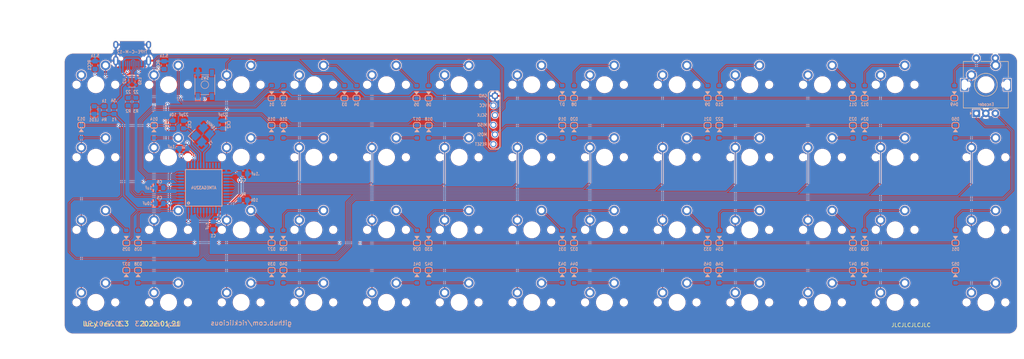
<source format=kicad_pcb>
(kicad_pcb (version 20211014) (generator pcbnew)
  (layers (0 "F.Cu" signal) (31 "B.Cu" signal) (34 "B.Paste" user) (35 "F.Paste" user) (36 "B.SilkS" user "B.Silkscreen") (37 "F.SilkS" user "F.Silkscreen") (38 "B.Mask" user) (39 "F.Mask" user) (44 "Edge.Cuts" user))
  (net 0 "")
  (net 1 "Net-(D1-Pad2)")
  (net 2 "Net-(D2-Pad2)")
  (net 3 "Net-(D3-Pad2)")
  (net 4 "Net-(D4-Pad2)")
  (net 5 "Net-(D5-Pad2)")
  (net 6 "Net-(D6-Pad2)")
  (net 7 "Net-(D7-Pad2)")
  (net 8 "Net-(D8-Pad2)")
  (net 9 "Net-(D9-Pad2)")
  (net 10 "Net-(D10-Pad2)")
  (net 11 "Net-(D11-Pad2)")
  (net 12 "Net-(D12-Pad2)")
  (net 13 "Net-(D13-Pad2)")
  (net 14 "Net-(D14-Pad2)")
  (net 15 "Net-(D15-Pad2)")
  (net 16 "Net-(D16-Pad2)")
  (net 17 "Net-(D17-Pad2)")
  (net 18 "Net-(D18-Pad2)")
  (net 19 "Net-(D19-Pad2)")
  (net 20 "Net-(D20-Pad2)")
  (net 21 "Net-(D21-Pad2)")
  (net 22 "Net-(D22-Pad2)")
  (net 23 "Net-(D23-Pad2)")
  (net 24 "Net-(D24-Pad2)")
  (net 25 "Net-(D25-Pad2)")
  (net 26 "Net-(D26-Pad2)")
  (net 27 "Net-(D27-Pad2)")
  (net 28 "Net-(D28-Pad2)")
  (net 29 "Net-(D29-Pad2)")
  (net 30 "Net-(D30-Pad2)")
  (net 31 "Net-(D31-Pad2)")
  (net 32 "Net-(D32-Pad2)")
  (net 33 "Net-(D33-Pad2)")
  (net 34 "Net-(D34-Pad2)")
  (net 35 "Net-(D35-Pad2)")
  (net 36 "Net-(D36-Pad2)")
  (net 37 "Net-(D37-Pad2)")
  (net 38 "Net-(D38-Pad2)")
  (net 39 "Net-(D39-Pad2)")
  (net 40 "Net-(D40-Pad2)")
  (net 41 "Net-(D41-Pad2)")
  (net 42 "Net-(D42-Pad2)")
  (net 43 "Net-(D43-Pad2)")
  (net 44 "Net-(D44-Pad2)")
  (net 45 "Net-(D45-Pad2)")
  (net 46 "Net-(D46-Pad2)")
  (net 47 "Net-(D47-Pad2)")
  (net 48 "Net-(D48-Pad2)")
  (net 49 "VCC")
  (net 50 "Net-(C6-Pad1)")
  (net 51 "XTAL1")
  (net 52 "XTAL2")
  (net 53 "row0")
  (net 54 "row1")
  (net 55 "row2")
  (net 56 "row3")
  (net 57 "D-")
  (net 58 "D+")
  (net 59 "col0")
  (net 60 "col1")
  (net 61 "col2")
  (net 62 "col3")
  (net 63 "col4")
  (net 64 "col5")
  (net 65 "col6")
  (net 66 "col7")
  (net 67 "col8")
  (net 68 "col9")
  (net 69 "col10")
  (net 70 "col11")
  (net 71 "Net-(R1-Pad2)")
  (net 72 "VBUS")
  (net 73 "Net-(J1-PadB5)")
  (net 74 "Net-(J1-PadA5)")
  (net 75 "ISP_Reset")
  (net 76 "Net-(D52-Pad2)")
  (net 77 "col12")
  (net 78 "GND")
  (net 79 "Net-(LED1-Pad2)")
  (net 80 "DBUS-")
  (net 81 "DBUS+")
  (net 82 "enc0a")
  (net 83 "enc0b")
  (net 84 "Net-(D49-Pad2)")
  (net 85 "Net-(D50-Pad2)")
  (net 86 "Net-(D51-Pad2)")
  (footprint "Keeb_footprints:MX100" (layer "F.Cu") (at 124.990225 53.19395 180)
    (fp_text reference "K3")
    (fp_text value "KEYSW")
  )
  (footprint "Keeb_footprints:MX100" (layer "F.Cu") (at 201.190225 53.19395 180)
    (fp_text reference "K7")
    (fp_text value "KEYSW")
  )
  (footprint "Keeb_footprints:MX100" (layer "F.Cu") (at 182.140225 53.19395 180)
    (fp_text reference "K6")
    (fp_text value "KEYSW")
  )
  (footprint "Keeb_footprints:MX100" (layer "F.Cu") (at 163.090225 53.19395 180)
    (fp_text reference "K5")
    (fp_text value "KEYSW")
  )
  (footprint "Keeb_footprints:MX100" (layer "F.Cu") (at 86.890225 53.19395 180)
    (fp_text reference "K1")
    (fp_text value "KEYSW")
  )
  (footprint "Keeb_footprints:MX100" (layer "F.Cu") (at 220.240225 53.19395 180)
    (fp_text reference "K8")
    (fp_text value "KEYSW")
  )
  (footprint "Keeb_footprints:MX100" (layer "F.Cu") (at 239.290225 53.19395 180)
    (fp_text reference "K9")
    (fp_text value "KEYSW")
  )
  (footprint "Keeb_footprints:MX100" (layer "F.Cu") (at 86.890225 72.24395 180)
    (fp_text reference "K13")
    (fp_text value "KEYSW")
  )
  (footprint "Keeb_footprints:MX100" (layer "F.Cu") (at 105.940225 72.24395 180)
    (fp_text reference "K14")
    (fp_text value "KEYSW")
  )
  (footprint "Keeb_footprints:MX100" (layer "F.Cu") (at 144.045399 72.24395 180)
    (fp_text reference "K16")
    (fp_text value "KEYSW")
  )
  (footprint "Keeb_footprints:MX100" (layer "F.Cu") (at 277.390225 53.19395 180)
    (fp_text reference "K11")
    (fp_text value "KEYSW")
  )
  (footprint "Keeb_footprints:MX100" (layer "F.Cu") (at 163.090225 72.24395 180)
    (fp_text reference "K17")
    (fp_text value "KEYSW")
  )
  (footprint "Keeb_footprints:MX100" (layer "F.Cu") (at 182.140225 72.24395 180)
    (fp_text reference "K18")
    (fp_text value "KEYSW")
  )
  (footprint "Keeb_footprints:MX100" (layer "F.Cu") (at 201.190225 72.24395 180)
    (fp_text reference "K19")
    (fp_text value "KEYSW")
  )
  (footprint "Keeb_footprints:MX100" (layer "F.Cu") (at 105.940225 110.34395 180)
    (fp_text reference "K38")
    (fp_text value "KEYSW")
  )
  (footprint "Keeb_footprints:MX100" (layer "F.Cu") (at 124.990225 110.34395 180)
    (fp_text reference "K39")
    (fp_text value "KEYSW")
  )
  (footprint "Keeb_footprints:MX100" (layer "F.Cu") (at 144.040225 110.34395 180)
    (fp_text reference "K40")
    (fp_text value "KEYSW")
  )
  (footprint "Keeb_footprints:MX100" (layer "F.Cu") (at 163.090225 110.34395 180)
    (fp_text reference "K41")
    (fp_text value "KEYSW")
  )
  (footprint "Keeb_footprints:MX100" (layer "F.Cu") (at 182.140225 110.34395 180)
    (fp_text reference "K42")
    (fp_text value "KEYSW")
  )
  (footprint "Keeb_footprints:MX100" (layer "F.Cu") (at 220.240225 110.34395 180)
    (fp_text reference "K44")
    (fp_text value "KEYSW")
  )
  (footprint "Keeb_footprints:MX100" (layer "F.Cu") (at 239.290225 110.34395 180)
    (fp_text reference "K45")
    (fp_text value "KEYSW")
  )
  (footprint "Keeb_footprints:MX100" (layer "F.Cu") (at 258.340225 110.34395 180)
    (fp_text reference "K46")
    (fp_text value "KEYSW")
  )
  (footprint "Keeb_footprints:MX100" (layer "F.Cu") (at 277.390225 110.34395 180)
    (fp_text reference "K47")
    (fp_text value "KEYSW")
  )
  (footprint "Keeb_footprints:MX100" (layer "F.Cu") (at 201.190225 110.34395 180)
    (fp_text reference "K43")
    (fp_text value "KEYSW")
  )
  (footprint "Keeb_footprints:MX100" (layer "F.Cu") (at 277.390225 91.29395 180)
    (fp_text reference "K35")
    (fp_text value "KEYSW")
  )
  (footprint "Keeb_footprints:MX100" (layer "F.Cu") (at 258.340225 91.29395 180)
    (fp_text reference "K34")
    (fp_text value "KEYSW")
  )
  (footprint "Keeb_footprints:MX100" (layer "F.Cu") (at 220.240225 91.29395 180)
    (fp_text reference "K32")
    (fp_text value "KEYSW")
  )
  (footprint "Keeb_footprints:MX100" (layer "F.Cu") (at 182.140225 91.29395 180)
    (fp_text reference "K30")
    (fp_text value "KEYSW")
  )
  (footprint "Keeb_footprints:MX100" (layer "F.Cu") (at 144.040225 91.29395 180)
    (fp_text reference "K28")
    (fp_text value "KEYSW")
  )
  (footprint "Keeb_footprints:MX100" (layer "F.Cu") (at 86.890225 91.29395 180)
    (fp_text reference "K25")
    (fp_text value "KEYSW")
  )
  (footprint "Keeb_footprints:MX100" (layer "F.Cu") (at 163.090225 91.29395 180)
    (fp_text reference "K29")
    (fp_text value "KEYSW")
  )
  (footprint "Keeb_footprints:MX100" (layer "F.Cu") (at 296.440225 72.24395 180)
    (fp_text reference "K24")
    (fp_text value "KEYSW")
  )
  (footprint "Keeb_footprints:MX100" (layer "F.Cu") (at 124.990225 91.29395 180)
    (fp_text reference "K27")
    (fp_text value "KEYSW")
  )
  (footprint "Keeb_footprints:MX100" (layer "F.Cu") (at 105.940225 91.29395 180)
    (fp_text reference "K26")
    (fp_text value "KEYSW")
  )
  (footprint "Keeb_footprints:MX100" (layer "F.Cu") (at 258.340225 72.24395 180)
    (fp_text reference "K22")
    (fp_text value "KEYSW")
  )
  (footprint "Keeb_footprints:MX100" (layer "F.Cu") (at 239.290225 72.24395 180)
    (fp_text reference "K21")
    (fp_text value "KEYSW")
  )
  (footprint "Keeb_footprints:MX100" (layer "F.Cu") (at 277.390225 72.24395 180)
    (fp_text reference "K23")
    (fp_text value "KEYSW")
  )
  (footprint "Keeb_footprints:MX100" (layer "F.Cu") (at 296.440225 110.34395 180)
    (fp_text reference "K48")
    (fp_text value "KEYSW")
  )
  (footprint "Keeb_footprints:MX100" (layer "F.Cu") (at 296.440225 91.29395 180)
    (fp_text reference "K36")
    (fp_text value "KEYSW")
  )
  (footprint "Keeb_footprints:MX100" (layer "F.Cu") (at 320.252725 53.19395 180)
    (fp_text reference "K49")
    (fp_text value "KEYSW")
  )
  (footprint "Keeb_footprints:MX100" (layer "F.Cu") (at 296.440225 53.19395 180)
    (fp_text reference "K12")
    (fp_text value "KEYSW")
  )
  (footprint "Keebio-Parts:RotaryEncoder_EC11" (layer "F.Cu") (at 320.252725 53.19395 90)
    (fp_text reference "SW2")
    (fp_text value "Rotary_Encoder_Switch")
  )
  (footprint "Keeb_footprints:MX100" (layer "F.Cu") (at 105.940225 53.19395 180)
    (fp_text reference "K2")
    (fp_text value "KEYSW")
  )
  (footprint "Keeb_footprints:MX100" (layer "F.Cu") (at 144.040225 53.19395 180)
    (fp_text reference "K4")
    (fp_text value "KEYSW")
  )
  (footprint "Keeb_footprints:MX100" (layer "F.Cu") (at 320.252785 110.34423 180)
    (fp_text reference "K52")
    (fp_text value "KEYSW")
  )
  (footprint "Keeb_footprints:MX100" (layer "F.Cu") (at 320.252785 72.24407 180)
    (fp_text reference "K50")
    (fp_text value "KEYSW")
  )
  (footprint "Keeb_footprints:MX100" (layer "F.Cu") (at 320.252785 91.29415 180)
    (fp_text reference "K51")
    (fp_text value "KEYSW")
  )
  (footprint "Keeb_footprints:MX100" (layer "F.Cu") (at 201.190225 91.29395 180)
    (fp_text reference "K31")
    (fp_text value "KEYSW")
  )
  (footprint "Keeb_footprints:MX100" (layer "F.Cu") (at 239.290225 91.29395 180)
    (fp_text reference "K33")
    (fp_text value "KEYSW")
  )
  (footprint "Keeb_footprints:MX100" (layer "F.Cu") (at 86.890225 110.34395 180)
    (fp_text reference "K37")
    (fp_text value "KEYSW")
  )
  (footprint "Keeb_footprints:MX100" (layer "F.Cu") (at 258.340225 53.19395 180)
    (fp_text reference "K10")
    (fp_text value "KEYSW")
  )
  (footprint "Keeb_footprints:MX100" (layer "F.Cu") (at 124.990225 72.24395 180)
    (fp_text reference "K15")
    (fp_text value "KEYSW")
  )
  (footprint "Keeb_footprints:MX100" (layer "F.Cu") (at 220.240225 72.24395 180)
    (fp_text reference "K20")
    (fp_text value "KEYSW")
  )
  (footprint "Capacitor_SMD:C_0805_2012Metric_Pad1.15x1.40mm_HandSolder" (layer "B.Cu") (at 117.690625 90.15625 -90)
    (fp_text reference "C1")
    (fp_text value ".1uF")
  )
  (footprint "Keeb_footprints:D_SOD-123_modified" (layer "B.Cu") (at 97.990625 93.05625 90)
    (fp_text reference "D26")
    (fp_text value "D")
  )
  (footprint "Keeb_footprints:D_SOD-123_modified" (layer "B.Cu") (at 209.190625 65.50625 -90)
    (fp_text reference "D19")
    (fp_text value "D")
  )
  (footprint "Keeb_footprints:D_SOD-123_modified" (layer "B.Cu") (at 171.090625 65.50625 -90)
    (fp_text reference "D17")
    (fp_text value "D")
  )
  (footprint "Keeb_footprints:D_SOD-123_modified" (layer "B.Cu") (at 136.090625 65.50625 -90)
    (fp_text reference "D16")
    (fp_text value "D")
  )
  (footprint "Keeb_footprints:D_SOD-123_modified" (layer "B.Cu") (at 102.140625 65.50625 -90)
    (fp_text reference "D14")
    (fp_text value "D")
  )
  (footprint "Keeb_footprints:D_SOD-123_modified" (layer "B.Cu") (at 285.390625 55.05625 90)
    (fp_text reference "D11")
    (fp_text value "D")
  )
  (footprint "Keeb_footprints:D_SOD-123_modified" (layer "B.Cu") (at 250.390625 55.05625 90)
    (fp_text reference "D10")
    (fp_text value "D")
  )
  (footprint "Keeb_footprints:D_SOD-123_modified" (layer "B.Cu") (at 212.290625 55.05625 90)
    (fp_text reference "D8")
    (fp_text value "D")
  )
  (footprint "Keeb_footprints:D_SOD-123_modified" (layer "B.Cu") (at 209.190625 55.05625 90)
    (fp_text reference "D7")
    (fp_text value "D")
  )
  (footprint "Keeb_footprints:D_SOD-123_modified" (layer "B.Cu") (at 174.160999 55.083377 90)
    (fp_text reference "D6")
    (fp_text value "D")
  )
  (footprint "Keeb_footprints:D_SOD-123_modified" (layer "B.Cu") (at 170.985999 55.083377 90)
    (fp_text reference "D5")
    (fp_text value "D")
  )
  (footprint "Keeb_footprints:D_SOD-123_modified" (layer "B.Cu") (at 155.260999 55.05625 90)
    (fp_text reference "D4")
    (fp_text value "D")
  )
  (footprint "Keeb_footprints:D_SOD-123_modified" (layer "B.Cu") (at 288.490625 103.55625 -90)
    (fp_text reference "D48")
    (fp_text value "D")
  )
  (footprint "Keeb_footprints:D_SOD-123_modified" (layer "B.Cu") (at 285.390625 103.55625 -90)
    (fp_text reference "D47")
    (fp_text value "D")
  )
  (footprint "Keeb_footprints:D_SOD-123_modified" (layer "B.Cu") (at 250.390625 103.55625 -90)
    (fp_text reference "D46")
    (fp_text value "D")
  )
  (footprint "Keeb_footprints:D_SOD-123_modified" (layer "B.Cu") (at 247.290625 103.549377 -90)
    (fp_text reference "D45")
    (fp_text value "D")
  )
  (footprint "Keeb_footprints:D_SOD-123_modified" (layer "B.Cu") (at 212.283999 103.549377 -90)
    (fp_text reference "D44")
    (fp_text value "D")
  )
  (footprint "Keeb_footprints:D_SOD-123_modified" (layer "B.Cu") (at 209.2 103.549377 -90)
    (fp_text reference "D43")
    (fp_text value "D")
  )
  (footprint "Keeb_footprints:D_SOD-123_modified" (layer "B.Cu") (at 212.290625 93.05625 90)
    (fp_text reference "D32")
    (fp_text value "D")
  )
  (footprint "Keeb_footprints:D_SOD-123_modified" (layer "B.Cu") (at 285.390625 65.50625 -90)
    (fp_text reference "D23")
    (fp_text value "D")
  )
  (footprint "Keeb_footprints:D_SOD-123_modified" (layer "B.Cu") (at 209.190625 93.05625 90)
    (fp_text reference "D31")
    (fp_text value "D")
  )
  (footprint "Keeb_footprints:D_SOD-123_modified" (layer "B.Cu") (at 171.085999 93.05625 90)
    (fp_text reference "D29")
    (fp_text value "D")
  )
  (footprint "Keeb_footprints:D_SOD-123_modified" (layer "B.Cu") (at 132.990625 93.05625 90)
    (fp_text reference "D27")
    (fp_text value "D")
  )
  (footprint "Keeb_footprints:D_SOD-123_modified" (layer "B.Cu") (at 288.490625 65.50625 -90)
    (fp_text reference "D24")
    (fp_text value "D")
  )
  (footprint "Keeb_footprints:D_SOD-123_modified" (layer "B.Cu") (at 285.390625 93.05625 90)
    (fp_text reference "D35")
    (fp_text value "D")
  )
  (footprint "Keeb_footprints:D_SOD-123_modified" (layer "B.Cu") (at 250.390625 93.05625 90)
    (fp_text reference "D34")
    (fp_text value "D")
  )
  (footprint "Keeb_footprints:D_SOD-123_modified" (layer "B.Cu") (at 247.290625 93.05625 90)
    (fp_text reference "D33")
    (fp_text value "D")
  )
  (footprint "Keeb_footprints:D_SOD-123_modified" (layer "B.Cu") (at 174.190625 103.55625 -90)
    (fp_text reference "D42")
    (fp_text value "D")
  )
  (footprint "Keeb_footprints:D_SOD-123_modified" (layer "B.Cu") (at 152.085999 55.05625 90)
    (fp_text reference "D3")
    (fp_text value "D")
  )
  (footprint "Keeb_footprints:D_SOD-123_modified" (layer "B.Cu") (at 212.290625 65.50625 -90)
    (fp_text reference "D20")
    (fp_text value "D")
  )
  (footprint "Keeb_footprints:PIN_HEADER_1x6_OFFSET" (layer "B.Cu") (at 191.3432 62.45 180)
    (fp_text reference "J2")
    (fp_text value "AVR-ISP-6_mod" hide)
  )
  (footprint "Keeb_footprints:D_SOD-123_modified" (layer "B.Cu") (at 288.490625 55.05625 90)
    (fp_text reference "D12")
    (fp_text value "D")
  )
  (footprint "Keeb_footprints:D_SOD-123_modified" (layer "B.Cu") (at 312.290625 103.55625 -90)
    (fp_text reference "D52")
    (fp_text value "D")
  )
  (footprint "Keeb_footprints:D_SOD-123_modified" (layer "B.Cu") (at 312.290625 65.50625 -90)
    (fp_text reference "D50")
    (fp_text value "D")
  )
  (footprint "Keeb_footprints:D_SOD-123_modified" (layer "B.Cu") (at 312.290625 93.05625 90)
    (fp_text reference "D51")
    (fp_text value "D")
  )
  (footprint "random-keyboard-parts:SKQG-1155865" (layer "B.Cu") (at 115.490785 53.18129 90)
    (fp_text reference "SW1")
    (fp_text value "SW_PUSH")
  )
  (footprint "Keebio-Parts:ATMEGA32U4-AU" (layer "B.Cu") (at 115.190625 80.25625)
    (fp_text reference "U1")
    (fp_text value "ATMEGA32U4")
  )
  (footprint "Capacitor_SMD:C_0805_2012Metric_Pad1.15x1.40mm_HandSolder" (layer "B.Cu") (at 109.890625 69.95625 180)
    (fp_text reference "C3")
    (fp_text value ".1uF")
  )
  (footprint "Capacitor_SMD:C_0805_2012Metric_Pad1.15x1.40mm_HandSolder" (layer "B.Cu") (at 120.190625 63.65625 90)
    (fp_text reference "CX2")
    (fp_text value "22pF")
  )
  (footprint "Capacitor_SMD:C_0805_2012Metric_Pad1.15x1.40mm_HandSolder" (layer "B.Cu") (at 109.890625 63.65625 90)
    (fp_text reference "CX1")
    (fp_text value "22pF")
  )
  (footprint "Crystal:Crystal_SMD_3225-4Pin_3.2x2.5mm_HandSoldering" (layer "B.Cu") (at 114.890625 66.35625 45)
    (fp_text reference "Y1")
    (fp_text value "16MHz")
  )
  (footprint "Fuse:Fuse_0805_2012Metric_Pad1.15x1.40mm_HandSolder" (layer "B.Cu") (at 91.690625 59.85625 90)
    (fp_text reference "F1")
    (fp_text value ".5A")
  )
  (footprint "Keeb_footprints:TYPE-C-31-M-12" (layer "B.Cu") (at 96.439825 48.363315)
    (fp_text reference "J1")
    (fp_text value "TYPE-C-31-M12_13")
  )
  (footprint "Resistor_SMD:R_0805_2012Metric_Pad1.15x1.40mm_HandSolder" (layer "B.Cu") (at 97.390625 57.642186 90)
    (fp_text reference "R3")
    (fp_text value "22")
  )
  (footprint "Resistor_SMD:R_0805_2012Metric_Pad1.15x1.40mm_HandSolder" (layer "B.Cu") (at 86.690625 48.05 -90)
    (fp_text reference "RCC1")
    (fp_text value "5.1k")
  )
  (footprint "Resistor_SMD:R_0805_2012Metric_Pad1.15x1.40mm_HandSolder" (layer "B.Cu") (at 89.090625 59.85625 -90)
    (fp_text reference "R4")
    (fp_text value "1k")
  )
  (footprint "LED_SMD:LED_0805_2012Metric_Pad1.15x1.40mm_HandSolder" (layer "B.Cu") (at 86.490625 59.85 90)
    (fp_text reference "LED1")
    (fp_text value "LED")
  )
  (footprint "Keeb_footprints:D_SOD-123_modified" (layer "B.Cu") (at 136.090625 103.549377 -90)
    (fp_text reference "D40")
    (fp_text value "D")
  )
  (footprint "Keeb_footprints:D_SOD-123_modified" (layer "B.Cu") (at 132.990625 103.55625 -90)
    (fp_text reference "D39")
    (fp_text value "D")
  )
  (footprint "Capacitor_SMD:C_0805_2012Metric_Pad1.15x1.40mm_HandSolder" (layer "B.Cu") (at 125.590625 76.55625)
    (fp_text reference "C2")
    (fp_text value ".1uF")
  )
  (footprint "Resistor_SMD:R_0805_2012Metric_Pad1.15x1.40mm_HandSolder" (layer "B.Cu") (at 95.390625 57.642186 90)
    (fp_text reference "R2")
    (fp_text value "22")
  )
  (footprint "Capacitor_SMD:C_0805_2012Metric_Pad1.15x1.40mm_HandSolder" (layer "B.Cu") (at 103.590625 84.35625 180)
    (fp_text reference "C5")
    (fp_text value "10uF")
  )
  (footprint "Capacitor_SMD:C_0805_2012Metric_Pad1.15x1.40mm_HandSolder" (layer "B.Cu") (at 103.590625 80.25625 180)
    (fp_text reference "C6")
    (fp_text value "1uF")
  )
  (footprint "Resistor_SMD:R_0805_2012Metric_Pad1.15x1.40mm_HandSolder" (layer "B.Cu") (at 125.590625 83.45625 180)
    (fp_text reference "R1")
    (fp_text value "10k")
  )
  (footprint "Keeb_footprints:D_SOD-123_modified" (layer "B.Cu") (at 83.090625 65.45625 -90)
    (fp_text reference "D13")
    (fp_text value "D")
  )
  (footprint "Keeb_footprints:D_SOD-123_modified" (layer "B.Cu") (at 94.890625 103.55625 -90)
    (fp_text reference "D37")
    (fp_text value "D")
  )
  (footprint "Keeb_footprints:D_SOD-123_modified" (layer "B.Cu") (at 97.990625 103.55625 -90)
    (fp_text reference "D38")
    (fp_text value "D")
  )
  (footprint "Keeb_footprints:D_SOD-123_modified" (layer "B.Cu") (at 171.090625 103.55625 -90)
    (fp_text reference "D41")
    (fp_text value "D")
  )
  (footprint "Keeb_footprints:D_SOD-123_modified" (layer "B.Cu") (at 136.090625 93.05625 90)
    (fp_text reference "D28")
    (fp_text value "D")
  )
  (footprint "Keeb_footprints:D_SOD-123_modified" (layer "B.Cu") (at 174.15 93.05625 90)
    (fp_text reference "D30")
    (fp_text value "D")
  )
  (footprint "Keeb_footprints:D_SOD-123_modified" (layer "B.Cu") (at 288.490625 93.05625 90)
    (fp_text reference "D36")
    (fp_text value "D")
  )
  (footprint "Keeb_footprints:D_SOD-123_modified" (layer "B.Cu") (at 94.890625 93.05625 90)
    (fp_text reference "D25")
    (fp_text value "D")
  )
  (footprint "Keeb_footprints:D_SOD-123_modified" (layer "B.Cu") (at 136.090625 55.05625 90)
    (fp_text reference "D2")
    (fp_text value "D")
  )
  (footprint "Keeb_footprints:D_SOD-123_modified" (layer "B.Cu") (at 311.990625 55.05625 90)
    (fp_text reference "D49")
    (fp_text value "D")
  )
  (footprint "Keeb_footprints:D_SOD-123_modified" (layer "B.Cu") (at 247.290625 55.05625 90)
    (fp_text reference "D9")
    (fp_text value "D")
  )
  (footprint "Keeb_footprints:D_SOD-123_modified" (layer "B.Cu") (at 132.999835 55.04995 90)
    (fp_text reference "D1")
    (fp_text value "D")
  )
  (footprint "Resistor_SMD:R_0805_2012Metric_Pad1.15x1.40mm_HandSolder" (layer "B.Cu") (at 107.090625 63.65625 -90)
    (fp_text reference "RSW1")
    (fp_text value "10k")
  )
  (footprint "Keeb_footprints:D_SOD-123_modified" (layer "B.Cu") (at 250.390625 65.50625 -90)
    (fp_text reference "D22")
    (fp_text value "D")
  )
  (footprint "Keeb_footprints:D_SOD-123_modified" (layer "B.Cu") (at 247.290625 65.50625 -90)
    (fp_text reference "D21")
    (fp_text value "D")
  )
  (footprint "Keeb_footprints:D_SOD-123_modified" (layer "B.Cu") (at 174.190625 65.50625 -90)
    (fp_text reference "D18")
    (fp_text value "D")
  )
  (footprint "Keeb_footprints:D_SOD-123_modified" (layer "B.Cu") (at 132.940625 65.50625 -90)
    (fp_text reference "D15")
    (fp_text value "D")
  )
  (footprint "Resistor_SMD:R_0805_2012Metric_Pad1.15x1.40mm_HandSolder" (layer "B.Cu") (at 104.790625 48.05625 -90)
    (fp_text reference "RCC2")
    (fp_text value "5.1k")
  )
  (footprint "Keebio-Parts:SOT-143B" (layer "B.Cu") (at 96.390625 52.242186 -90)
    (fp_text reference "U2")
    (fp_text value "PRTR5V0U2X" hide)
  )
  (gr_line (start 78.580295 116.28468) (end 78.580295 47.22814) (layer "Edge.Cuts") (width 0.05))
  (gr_arc (start 328.612595 116.28468) (mid 327.91514 117.968485) (end 326.231335 118.66594) (layer "Edge.Cuts") (width 0.05))
  (gr_arc (start 78.580295 47.22814) (mid 79.27775 45.544335) (end 80.961555 44.84688) (layer "Edge.Cuts") (width 0.05))
  (gr_line (start 328.612595 47.22814) (end 328.612595 116.28468) (layer "Edge.Cuts") (width 0.05))
  (gr_line (start 326.231335 118.66594) (end 80.961555 118.66594) (layer "Edge.Cuts") (width 0.05))
  (gr_line (start 80.961555 44.84688) (end 90.822441 44.84688) (layer "Edge.Cuts") (width 0.05))
  (gr_line (start 102.058809 44.84688) (end 326.231335 44.84688) (layer "Edge.Cuts") (width 0.05))
  (gr_arc (start 100.763385 41.583698) (mid 101.312977 41.811346) (end 101.540625 42.360938) (layer "Edge.Cuts") (width 0.05))
  (gr_line (start 92.117865 41.58375) (end 100.763385 41.583698) (layer "Edge.Cuts") (width 0.05))
  (gr_arc (start 91.340625 42.36099) (mid 91.568273 41.811398) (end 92.117865 41.58375) (layer "Edge.Cuts") (width 0.05))
  (gr_arc (start 91.340625 44.328696) (mid 91.188852 44.695107) (end 90.822441 44.84688) (layer "Edge.Cuts") (width 0.05))
  (gr_line (start 91.340625 42.36099) (end 91.340625 44.328696) (layer "Edge.Cuts") (width 0.05))
  (gr_line (start 101.540625 44.328696) (end 101.540625 42.360938) (layer "Edge.Cuts") (width 0.05))
  (gr_arc (start 102.058809 44.84688) (mid 101.692398 44.695107) (end 101.540625 44.328696) (layer "Edge.Cuts") (width 0.05))
  (gr_arc (start 326.231335 44.84688) (mid 327.91514 45.544335) (end 328.612595 47.22814) (layer "Edge.Cuts") (width 0.05))
  (gr_arc (start 80.961555 118.66594) (mid 79.27775 117.968485) (end 78.580295 116.28468) (layer "Edge.Cuts") (width 0.05))
  (gr_text "16MHz" (at 117.190625 63.85625 315) (layer "B.SilkS") (effects (font (size 0.8 0.7)) (justify mirror)))
  (gr_text "Encoder" (at 320.27947 58.34087) (layer "B.SilkS") (effects (font (size 0.8 0.7)) (justify mirror)))
  (gr_text "lucy rev. 1.3   2022.01.21" (at 96.390625 115.95625) (layer "B.SilkS") (effects (font (size 1.25 1.25) (thickness 0.2)) (justify mirror)))
  (gr_text "github.com/ricklicious" (at 127.63288 115.740564) (layer "B.SilkS") (effects (font (size 1.25 1.25) (thickness 0.2)) (justify mirror)))
  (gr_text "JLCJLCJLCJLC" (at 300.632625 116.284314) (layer "F.SilkS") (effects (font (size 1 1))))
  (gr_text "lucy rev. 1.3   2022.01.21" (at 96.29837 115.95625) (layer "F.SilkS") (effects (font (size 1.25 1.25) (thickness 0.2))))
  (segment (start 99.290625 51.75625) (end 98.590625 51.05625) (width 0.25) (layer "F.Cu") (net 1))
  (segment (start 99.290625 54.95625) (end 99.290625 51.75625) (width 0.25) (layer "F.Cu") (net 1))
  (segment (start 100.690625 56.35625) (end 109.090625 56.35625) (width 0.25) (layer "F.Cu") (net 1))
  (segment (start 89.490625 51.05625) (end 98.590625 51.05625) (width 0.25) (layer "F.Cu") (net 1))
  (segment (start 99.290625 54.95625) (end 100.690625 56.35625) (width 0.25) (layer "F.Cu") (net 1))
  (via (at 109.090625 56.35625) (size 0.65) (drill 0.35) (layers "F.Cu" "B.Cu") (net 1))
  (via (at 89.490625 51.05625) (size 0.65) (drill 0.35) (layers "F.Cu" "B.Cu") (net 1))
  (segment (start 132.078555 54.32123) (end 132.999835 53.39995) (width 0.25) (layer "B.Cu") (net 1))
  (segment (start 89.455625 48.10125) (end 89.455625 51.02125) (width 0.25) (layer "B.Cu") (net 1))
  (segment (start 109.090625 56.95625) (end 109.890625 57.75625) (width 0.25) (layer "B.Cu") (net 1))
  (segment (start 89.455625 51.02125) (end 89.490625 51.05625) (width 0.25) (layer "B.Cu") (net 1))
  (segment (start 131.644749 54.32123) (end 132.078555 54.32123) (width 0.25) (layer "B.Cu") (net 1))
  (segment (start 109.890625 57.75625) (end 128.209729 57.75625) (width 0.25) (layer "B.Cu") (net 1))
  (segment (start 109.090625 56.35625) (end 109.090625 56.95625) (width 0.25) (layer "B.Cu") (net 1))
  (segment (start 128.209729 57.75625) (end 131.644749 54.32123) (width 0.25) (layer "B.Cu") (net 1))
  (segment (start 136.090625 53.40625) (end 134.795635 54.70124) (width 0.25) (layer "B.Cu") (net 2))
  (segment (start 128.367134 58.136259) (end 109.73322 58.13626) (width 0.25) (layer "B.Cu") (net 2))
  (segment (start 108.505625 56.908665) (end 108.505625 56.67125) (width 0.25) (layer "B.Cu") (net 2))
  (segment (start 108.505625 56.67125) (end 108.505625 48.10125) (width 0.25) (layer "B.Cu") (net 2))
  (segment (start 131.802154 54.70124) (end 128.367134 58.136259) (width 0.25) (layer "B.Cu") (net 2))
  (segment (start 134.795635 54.70124) (end 131.802154 54.70124) (width 0.25) (layer "B.Cu") (net 2))
  (segment (start 109.73322 58.13626) (end 108.505625 56.908665) (width 0.25) (layer "B.Cu") (net 2))
  (segment (start 140.150645 46.61627) (end 129.040605 46.61627) (width 0.25) (layer "B.Cu") (net 3))
  (segment (start 143.790625 50.25625) (end 140.150645 46.61627) (width 0.25) (layer "B.Cu") (net 3))
  (segment (start 152.085999 53.40625) (end 148.935999 50.25625) (width 0.25) (layer "B.Cu") (net 3))
  (segment (start 129.040605 46.61627) (end 127.555625 48.10125) (width 0.25) (layer "B.Cu") (net 3))
  (segment (start 148.935999 50.25625) (end 143.790625 50.25625) (width 0.25) (layer "B.Cu") (net 3))
  (segment (start 149.955999 48.10125) (end 155.260999 53.40625) (width 0.25) (layer "B.Cu") (net 4))
  (segment (start 146.605625 48.10125) (end 149.955999 48.10125) (width 0.25) (layer "B.Cu") (net 4))
  (segment (start 170.985999 53.433377) (end 165.655625 48.103003) (width 0.25) (layer "B.Cu") (net 5))
  (segment (start 165.655625 48.103003) (end 165.655625 48.10125) (width 0.25) (layer "B.Cu") (net 5))
  (segment (start 176.245625 48.10125) (end 184.705625 48.10125) (width 0.25) (layer "B.Cu") (net 6))
  (segment (start 174.160999 53.433377) (end 174.160999 50.185876) (width 0.25) (layer "B.Cu") (net 6))
  (segment (start 174.160999 50.185876) (end 176.245625 48.10125) (width 0.25) (layer "B.Cu") (net 6))
  (segment (start 209.190625 53.40625) (end 203.885625 48.10125) (width 0.25) (layer "B.Cu") (net 7))
  (segment (start 203.885625 48.10125) (end 203.755625 48.10125) (width 0.25) (layer "B.Cu") (net 7))
  (segment (start 214.045625 48.10125) (end 222.805625 48.10125) (width 0.25) (layer "B.Cu") (net 8))
  (segment (start 212.290625 49.85625) (end 214.045625 48.10125) (width 0.25) (layer "B.Cu") (net 8))
  (segment (start 212.290625 53.40625) (end 212.290625 49.85625) (width 0.25) (layer "B.Cu") (net 8))
  (segment (start 241.985625 48.10125) (end 241.855625 48.10125) (width 0.25) (layer "B.Cu") (net 9))
  (segment (start 247.290625 53.40625) (end 241.985625 48.10125) (width 0.25) (layer "B.Cu") (net 9))
  (segment (start 252.245625 48.10125) (end 260.905625 48.10125) (width 0.25) (layer "B.Cu") (net 10))
  (segment (start 250.390625 53.40625) (end 250.390625 49.95625) (width 0.25) (layer "B.Cu") (net 10))
  (segment (start 250.390625 49.95625) (end 252.245625 48.10125) (width 0.25) (layer "B.Cu") (net 10))
  (segment (start 285.390625 53.40625) (end 280.085625 48.10125) (width 0.25) (layer "B.Cu") (net 11))
  (segment (start 280.085625 48.10125) (end 279.955625 48.10125) (width 0.25) (layer "B.Cu") (net 11))
  (segment (start 299.005625 48.10125) (end 290.345625 48.10125) (width 0.25) (layer "B.Cu") (net 12))
  (segment (start 288.490625 53.40625) (end 288.490625 49.95625) (width 0.25) (layer "B.Cu") (net 12))
  (segment (start 288.490625 49.95625) (end 290.345625 48.10125) (width 0.25) (layer "B.Cu") (net 12))
  (segment (start 89.410625 67.10625) (end 89.455625 67.15125) (width 0.25) (layer "B.Cu") (net 13))
  (segment (start 83.090625 67.10625) (end 89.410625 67.10625) (width 0.25) (layer "B.Cu") (net 13))
  (segment (start 108.505625 67.15125) (end 102.145625 67.15125) (width 0.25) (layer "B.Cu") (net 14))
  (segment (start 102.145625 67.15125) (end 102.140625 67.15625) (width 0.25) (layer "B.Cu") (net 14))
  (segment (start 127.555625 67.15125) (end 132.935625 67.15125) (width 0.25) (layer "B.Cu") (net 15))
  (segment (start 132.935625 67.15125) (end 132.940625 67.15625) (width 0.25) (layer "B.Cu") (net 15))
  (segment (start 146.610799 67.15125) (end 136.095625 67.15125) (width 0.25) (layer "B.Cu") (net 16))
  (segment (start 136.095625 67.15125) (end 136.090625 67.15625) (width 0.25) (layer "B.Cu") (net 16))
  (segment (start 165.655625 67.15125) (end 171.085625 67.15125) (width 0.25) (layer "B.Cu") (net 17))
  (segment (start 171.085625 67.15125) (end 171.090625 67.15625) (width 0.25) (layer "B.Cu") (net 17))
  (segment (start 174.195625 67.15125) (end 174.190625 67.15625) (width 0.25) (layer "B.Cu") (net 18))
  (segment (start 184.705625 67.15125) (end 174.195625 67.15125) (width 0.25) (layer "B.Cu") (net 18))
  (segment (start 209.190625 67.15625) (end 203.760625 67.15625) (width 0.25) (layer "B.Cu") (net 19))
  (segment (start 203.760625 67.15625) (end 203.755625 67.15125) (width 0.25) (layer "B.Cu") (net 19))
  (segment (start 212.290625 67.15625) (end 222.800625 67.15625) (width 0.25) (layer "B.Cu") (net 20))
  (segment (start 222.800625 67.15625) (end 222.805625 67.15125) (width 0.25) (layer "B.Cu") (net 20))
  (segment (start 247.290625 67.15625) (end 241.860625 67.15625) (width 0.25) (layer "B.Cu") (net 21))
  (segment (start 241.860625 67.15625) (end 241.855625 67.15125) (width 0.25) (layer "B.Cu") (net 21))
  (segment (start 260.900625 67.15625) (end 260.905625 67.15125) (width 0.25) (layer "B.Cu") (net 22))
  (segment (start 250.390625 67.15625) (end 260.900625 67.15625) (width 0.25) (layer "B.Cu") (net 22))
  (segment (start 279.960625 67.15625) (end 279.955625 67.15125) (width 0.25) (layer "B.Cu") (net 23))
  (segment (start 285.390625 67.15625) (end 279.960625 67.15625) (width 0.25) (layer "B.Cu") (net 23))
  (segment (start 288.495625 67.15125) (end 288.490625 67.15625) (width 0.25) (layer "B.Cu") (net 24))
  (segment (start 299.005625 67.15125) (end 288.495625 67.15125) (width 0.25) (layer "B.Cu") (net 24))
  (segment (start 89.685625 86.20125) (end 89.455625 86.20125) (width 0.25) (layer "B.Cu") (net 25))
  (segment (start 94.890625 91.40625) (end 89.685625 86.20125) (width 0.25) (layer "B.Cu") (net 25))
  (segment (start 103.951519 86.20125) (end 103.57151 86.581259) (width 0.25) (layer "B.Cu") (net 26))
  (segment (start 108.505625 86.20125) (end 103.951519 86.20125) (width 0.25) (layer "B.Cu") (net 26))
  (segment (start 103.57151 86.581259) (end 98.690625 86.581259) (width 0.25) (layer "B.Cu") (net 26))
  (segment (start 98.690625 86.581259) (end 97.990625 87.281259) (width 0.25) (layer "B.Cu") (net 26))
  (segment (start 97.990625 87.281259) (end 97.990625 91.40625) (width 0.25) (layer "B.Cu") (net 26))
  (segment (start 127.785625 86.20125) (end 127.555625 86.20125) (width 0.25) (layer "B.Cu") (net 27))
  (segment (start 132.990625 91.40625) (end 127.785625 86.20125) (width 0.25) (layer "B.Cu") (net 27))
  (segment (start 137.145625 86.20125) (end 146.605625 86.20125) (width 0.25) (layer "B.Cu") (net 28))
  (segment (start 136.090625 91.40625) (end 136.090625 87.25625) (width 0.25) (layer "B.Cu") (net 28))
  (segment (start 136.090625 87.25625) (end 137.145625 86.20125) (width 0.25) (layer "B.Cu") (net 28))
  (segment (start 165.880999 86.20125) (end 165.655625 86.20125) (width 0.25) (layer "B.Cu") (net 29))
  (segment (start 171.085999 91.40625) (end 165.880999 86.20125) (width 0.25) (layer "B.Cu") (net 29))
  (segment (start 175.595625 86.20125) (end 176.045625 86.20125) (width 0.25) (layer "B.Cu") (net 30))
  (segment (start 174.15 87.646875) (end 175.595625 86.20125) (width 0.25) (layer "B.Cu") (net 30))
  (segment (start 184.705625 86.20125) (end 176.045625 86.20125) (width 0.25) (layer "B.Cu") (net 30))
  (segment (start 174.15 91.40625) (end 174.15 87.646875) (width 0.25) (layer "B.Cu") (net 30))
  (segment (start 203.985625 86.20125) (end 203.755625 86.20125) (width 0.25) (layer "B.Cu") (net 31))
  (segment (start 209.190625 91.40625) (end 203.985625 86.20125) (width 0.25) (layer "B.Cu") (net 31))
  (segment (start 213.795625 86.20125) (end 212.290625 87.70625) (width 0.25) (layer "B.Cu") (net 32))
  (segment (start 222.805625 86.20125) (end 213.795625 86.20125) (width 0.25) (layer "B.Cu") (net 32))
  (segment (start 212.290625 87.70625) (end 212.290625 91.40625) (width 0.25) (layer "B.Cu") (net 32))
  (segment (start 247.060625 91.40625) (end 247.290625 91.40625) (width 0.25) (layer "B.Cu") (net 33))
  (segment (start 241.855625 86.20125) (end 247.060625 91.40625) (width 0.25) (layer "B.Cu") (net 33))
  (segment (start 250.390625 86.95625) (end 250.390625 91.40625) (width 0.25) (layer "B.Cu") (net 34))
  (segment (start 251.145625 86.20125) (end 250.390625 86.95625) (width 0.25) (layer "B.Cu") (net 34))
  (segment (start 260.905625 86.20125) (end 251.145625 86.20125) (width 0.25) (layer "B.Cu") (net 34))
  (segment (start 279.955625 86.20125) (end 285.160625 91.40625) (width 0.25) (layer "B.Cu") (net 35))
  (segment (start 285.160625 91.40625) (end 285.390625 91.40625) (width 0.25) (layer "B.Cu") (net 35))
  (segment (start 299.005625 86.20125) (end 289.995625 86.20125) (width 0.25) (layer "B.Cu") (net 36))
  (segment (start 289.995625 86.20125) (end 288.490625 87.70625) (width 0.25) (layer "B.Cu") (net 36))
  (segment (start 288.490625 87.70625) (end 288.490625 91.40625) (width 0.25) (layer "B.Cu") (net 36))
  (segment (start 89.500625 105.20625) (end 89.455625 105.25125) (width 0.25) (layer "B.Cu") (net 37))
  (segment (start 94.890625 105.20625) (end 89.500625 105.20625) (width 0.25) (layer "B.Cu") (net 37))
  (segment (start 97.990625 105.20625) (end 108.460625 105.20625) (width 0.25) (layer "B.Cu") (net 38))
  (segment (start 108.460625 105.20625) (end 108.505625 105.25125) (width 0.25) (layer "B.Cu") (net 38))
  (segment (start 127.642498 105.25125) (end 127.555625 105.25125) (width 0.25) (layer "B.Cu") (net 39))
  (segment (start 127.600625 105.20625) (end 127.555625 105.25125) (width 0.25) (layer "B.Cu") (net 39))
  (segment (start 132.990625 105.20625) (end 127.600625 105.20625) (width 0.25) (layer "B.Cu") (net 39))
  (segment (start 136.090625 105.199377) (end 146.553752 105.199377) (width 0.25) (layer "B.Cu") (net 40))
  (segment (start 146.553752 105.199377) (end 146.605625 105.25125) (width 0.25) (layer "B.Cu") (net 40))
  (segment (start 171.090625 105.20625) (end 165.700625 105.20625) (width 0.25) (layer "B.Cu") (net 41))
  (segment (start 165.735625 105.25125) (end 165.655625 105.25125) (width 0.25) (layer "B.Cu") (net 41))
  (segment (start 165.700625 105.20625) (end 165.655625 105.25125) (width 0.25) (layer "B.Cu") (net 41))
  (segment (start 184.660625 105.20625) (end 184.705625 105.25125) (width 0.25) (layer "B.Cu") (net 42))
  (segment (start 174.190625 105.20625) (end 184.660625 105.20625) (width 0.25) (layer "B.Cu") (net 42))
  (segment (start 203.807498 105.199377) (end 203.755625 105.25125) (width 0.25) (layer "B.Cu") (net 43))
  (segment (start 209.2 105.199377) (end 203.807498 105.199377) (width 0.25) (layer "B.Cu") (net 43))
  (segment (start 212.283999 105.199377) (end 222.753752 105.199377) (width 0.25) (layer "B.Cu") (net 44))
  (segment (start 222.753752 105.199377) (end 222.805625 105.25125) (width 0.25) (layer "B.Cu") (net 44))
  (segment (start 247.290625 105.199377) (end 241.907498 105.199377) (width 0.25) (layer "B.Cu") (net 45))
  (segment (start 241.907498 105.199377) (end 241.855625 105.25125) (width 0.25) (layer "B.Cu") (net 45))
  (segment (start 250.390625 105.20625) (end 260.860625 105.20625) (width 0.25) (layer "B.Cu") (net 46))
  (segment (start 260.860625 105.20625) (end 260.905625 105.25125) (width 0.25) (layer "B.Cu") (net 46))
  (segment (start 285.390625 105.20625) (end 280.000625 105.20625) (width 0.25) (layer "B.Cu") (net 47))
  (segment (start 280.000625 105.20625) (end 279.955625 105.25125) (width 0.25) (layer "B.Cu") (net 47))
  (segment (start 288.490625 105.20625) (end 298.960625 105.20625) (width 0.25) (layer "B.Cu") (net 48))
  (segment (start 298.960625 105.20625) (end 299.005625 105.25125) (width 0.25) (layer "B.Cu") (net 48))
  (segment (start 124.590625 81.95625) (end 124.590625 78.25625) (width 0.4) (layer "F.Cu") (net 49))
  (segment (start 109.845635 69.10124) (end 110.245635 69.10124) (width 0.4) (layer "F.Cu") (net 49))
  (segment (start 108.790625 89.05625) (end 111.190625 89.05625) (width 0.4) (layer "F.Cu") (net 49))
  (segment (start 109.845635 69.10124) (end 107.079095 69.10124) (width 0.4) (layer "F.Cu") (net 49))
  (segment (start 111.190625 89.05625) (end 111.190625 89.05125) (width 0.4) (layer "F.Cu") (net 49))
  (segment (start 109.290625 73.45625) (end 109.290625 71.85625) (width 0.4) (layer "F.Cu") (net 49))
  (segment (start 106.190625 76.55625) (end 109.290625 73.45625) (width 0.4) (layer "F.Cu") (net 49))
  (segment (start 106.190625 79.45625) (end 106.190625 76.55625) (width 0.4) (layer "F.Cu") (net 49))
  (segment (start 110.245635 69.10124) (end 110.890625 68.45625) (width 0.4) (layer "F.Cu") (net 49))
  (segment (start 106.190625 84.35625) (end 106.139815 84.30544) (width 0.4) (layer "F.Cu") (net 49))
  (segment (start 110.145635 69.10124) (end 109.845635 69.10124) (width 0.4) (layer "F.Cu") (net 49))
  (segment (start 106.190625 86.45625) (end 108.790625 89.05625) (width 0.4) (layer "F.Cu") (net 49))
  (segment (start 106.190625 85.961276) (end 106.190625 84.35625) (width 0.4) (layer "F.Cu") (net 49))
  (segment (start 105.690625 64.65625) (end 105.690625 59.05625) (width 0.4) (layer "F.Cu") (net 49))
  (segment (start 106.190625 86.45625) (end 106.190625 85.961276) (width 0.4) (layer "F.Cu") (net 49))
  (segment (start 105.690625 65.151224) (end 105.690625 64.65625) (width 0.4) (layer "F.Cu") (net 49))
  (segment (start 105.690625 64.65625) (end 105.695625 64.65625) (width 0.4) (layer "F.Cu") (net 49))
  (segment (start 119.190625 89.05625) (end 119.190625 87.35625) (width 0.4) (layer "F.Cu") (net 49))
  (segment (start 105.690625 58.346278) (end 105.695625 58.341278) (width 0.4) (layer "F.Cu") (net 49))
  (segment (start 119.190625 87.35625) (end 124.590625 81.95625) (width 0.4) (layer "F.Cu") (net 49))
  (segment (start 111.190625 89.05625) (end 119.190625 89.05625) (width 0.4) (layer "F.Cu") (net 49))
  (segment (start 105.690625 59.05625) (end 105.690625 58.346278) (width 0.4) (layer "F.Cu") (net 49))
  (segment (start 107.079095 69.10124) (end 105.690625 67.71277) (width 0.4) (layer "F.Cu") (net 49))
  (segment (start 105.690625 67.71277) (end 105.690625 65.151224) (width 0.4) (layer "F.Cu") (net 49))
  (segment (start 106.190625 84.35625) (end 106.190625 79.45625) (width 0.4) (layer "F.Cu") (net 49))
  (via (at 119.190625 89.05625) (size 0.9) (drill 0.5) (layers "F.Cu" "B.Cu") (net 49))
  (via (at 109.290625 71.85625) (size 0.9) (drill 0.5) (layers "F.Cu" "B.Cu") (net 49))
  (via (at 111.190625 89.05125) (size 0.9) (drill 0.5) (layers "F.Cu" "B.Cu") (net 49))
  (via (at 110.890625 68.45625) (size 0.9) (drill 0.5) (layers "F.Cu" "B.Cu") (net 49))
  (via (at 124.590625 78.25625) (size 0.9) (drill 0.5) (layers "F.Cu" "B.Cu") (net 49))
  (via (at 106.190625 79.45625) (size 0.9) (drill 0.5) (layers "F.Cu" "B.Cu") (net 49))
  (via (at 105.695625 64.65625) (size 0.9) (drill 0.5) (layers "F.Cu" "B.Cu") (net 49))
  (via (at 106.139815 84.30544) (size 0.9) (drill 0.5) (layers "F.Cu" "B.Cu") (net 49))
  (via (at 105.695625 58.341278) (size 0.9) (drill 0.5) (layers "F.Cu" "B.Cu") (net 49))
  (segment (start 170.290625 55.15625) (end 175.090625 55.15625) (width 0.4) (layer "B.Cu") (net 49))
  (segment (start 94.190625 82.25625) (end 94.190625 63.38125) (width 0.4) (layer "B.Cu") (net 49))
  (segment (start 188.778368 56.278368) (end 191.14 58.64) (width 0.4) (layer "B.Cu") (net 49))
  (segment (start 110.915625 68.48125) (end 110.890625 68.45625) (width 0.4) (layer "B.Cu") (net 49))
  (segment (start 104.615625 84.35625) (end 103.225635 85.74624) (width 0.4) (layer "B.Cu") (net 49))
  (segment (start 113.245626 71.511251) (end 113.245626 72.74473) (width 0.4) (layer "B.Cu") (net 49))
  (segment (start 122.990625 76.55625) (end 124.565625 76.55625) (width 0.4) (layer "B.Cu") (net 49))
  (segment (start 121.090625 77.05625) (end 122.490625 77.05625) (width 0.4) (layer "B.Cu") (net 49))
  (segment (start 137.090625 55.15625) (end 138.212742 56.278367) (width 0.4) (layer "B.Cu") (net 49))
  (segment (start 128.555604 58.591268) (end 131.990625 55.15625) (width 0.4) (layer "B.Cu") (net 49))
  (segment (start 176.212742 56.278367) (end 188.778368 56.278368) (width 0.4) (layer "B.Cu") (net 49))
  (segment (start 117.765625 89.05625) (end 117.690625 89.13125) (width 0.4) (layer "B.Cu") (net 49))
  (segment (start 119.190625 87.63125) (end 119.190625 86.15625) (width 0.4) (layer "B.Cu") (net 49))
  (segment (start 105.945615 58.591268) (end 128.555604 58.591268) (width 0.4) (layer "B.Cu") (net 49))
  (segment (start 157.412742 56.278367) (end 169.168508 56.278367) (width 0.4) (layer "B.Cu") (net 49))
  (segment (start 107.090625 83.45625) (end 106.190625 84.35625) (width 0.4) (layer "B.Cu") (net 49))
  (segment (start 105.695625 58.341278) (end 105.945615 58.591268) (width 0.4) (layer "B.Cu") (net 49))
  (segment (start 109.290625 71.85625) (end 109.290625 71.58125) (width 0.4) (layer "B.Cu") (net 49))
  (segment (start 138.212742 56.278367) (end 149.768508 56.278367) (width 0.4) (layer "B.Cu") (net 49))
  (segment (start 124.590625 78.25625) (end 124.590625 76.58125) (width 0.4) (layer "B.Cu") (net 49))
  (segment (start 111.190625 86.15625) (end 111.190625 89.05625) (width 0.4) (layer "B.Cu") (net 49))
  (segment (start 97.680615 85.74624) (end 94.190625 82.25625) (width 0.4) (layer "B.Cu") (net 49))
  (segment (start 118.878125 87.94375) (end 119.190625 87.63125) (width 0.4) (layer "B.Cu") (net 49))
  (segment (start 156.090625 54.95625) (end 157.412742 56.278367) (width 0.4) (layer "B.Cu") (net 49))
  (segment (start 169.168508 56.278367) (end 170.290625 55.15625) (width 0.4) (layer "B.Cu") (net 49))
  (segment (start 110.915625 69.95625) (end 111.690625 69.95625) (width 0.4) (layer "B.Cu") (net 49))
  (segment (start 175.090625 55.15625) (end 176.212742 56.278367) (width 0.4) (layer "B.Cu") (net 49))
  (segment (start 113.245626 72.74473) (end 112.790625 73.199731) (width 0.4) (layer "B.Cu") (net 49))
  (segment (start 110.915625 69.95625) (end 110.915625 68.48125) (width 0.4) (layer "B.Cu") (net 49))
  (segment (start 119.190625 89.05625) (end 117.765625 89.05625) (width 0.4) (layer "B.Cu") (net 49))
  (segment (start 151.090625 54.95625) (end 156.090625 54.95625) (width 0.4) (layer "B.Cu") (net 49))
  (segment (start 105.715625 64.68125) (end 105.690625 64.65625) (width 0.4) (layer "B.Cu") (net 49))
  (segment (start 117.690625 88.25625) (end 118.003125 87.94375) (width 0.4) (layer "B.Cu") (net 49))
  (segment (start 109.290625 79.45625) (end 106.190625 79.45625) (width 0.4) (layer "B.Cu") (net 49))
  (segment (start 112.790625 73.199731) (end 112.790625 74.35625) (width 0.4) (layer "B.Cu") (net 49))
  (segment (start 94.190625 63.38125) (end 91.690625 60.88125) (width 0.4) (layer "B.Cu") (net 49))
  (segment (start 118.003125 87.94375) (end 118.878125 87.94375) (width 0.4) (layer "B.Cu") (net 49))
  (segment (start 131.990625 55.15625) (end 137.090625 55.15625) (width 0.4) (layer "B.Cu") (net 49))
  (segment (start 107.090625 64.68125) (end 105.715625 64.68125) (width 0.4) (layer "B.Cu") (net 49))
  (segment (start 111.690625 69.95625) (end 113.245626 71.511251) (width 0.4) (layer "B.Cu") (net 49))
  (segment (start 109.290625 71.58125) (end 110.915625 69.95625) (width 0.4) (layer "B.Cu") (net 49))
  (segment (start 89.090625 60.88125) (end 91.690625 60.88125) (width 0.4) (layer "B.Cu") (net 49))
  (segment (start 104.615625 84.35625) (end 106.190625 84.35625) (width 0.4) (layer "B.Cu") (net 49))
  (segment (start 117.690625 89.13125) (end 117.690625 88.25625) (width 0.4) (layer "B.Cu") (net 49))
  (segment (start 122.490625 77.05625) (end 122.990625 76.55625) (width 0.4) (layer "B.Cu") (net 49))
  (segment (start 103.225635 85.74624) (end 97.680615 85.74624) (width 0.4) (layer "B.Cu") (net 49))
  (segment (start 149.768508 56.278367) (end 151.090625 54.95625) (width 0.4) (layer "B.Cu") (net 49))
  (segment (start 109.290625 83.45625) (end 107.090625 83.45625) (width 0.4) (layer "B.Cu") (net 49))
  (segment (start 109.290625 80.25625) (end 104.615625 80.25625) (width 0.25) (layer "B.Cu") (net 50))
  (segment (start 111.165015 64.68125) (end 113.052147 66.568382) (width 0.4) (layer "B.Cu") (net 51))
  (segment (start 114.390625 71.05625) (end 112.238975 68.9046) (width 0.4) (layer "B.Cu") (net 51))
  (segment (start 109.890625 64.68125) (end 111.165015 64.68125) (width 0.4) (layer "B.Cu") (net 51))
  (segment (start 114.390625 74.35625) (end 114.390625 71.05625) (width 0.4) (layer "B.Cu") (net 51))
  (segment (start 112.238975 68.9046) (end 112.238975 67.381554) (width 0.4) (layer "B.Cu") (net 51))
  (segment (start 112.238975 67.381554) (end 113.052147 66.568382) (width 0.4) (layer "B.Cu") (net 51))
  (segment (start 118.191971 64.68125) (end 116.729103 66.144118) (width 0.4) (layer "B.Cu") (net 52))
  (segment (start 115.190625 74.35625) (end 115.190625 71.05625) (width 0.4) (layer "B.Cu") (net 52))
  (segment (start 115.190625 71.05625) (end 116.729103 69.517772) (width 0.4) (layer "B.Cu") (net 52))
  (segment (start 120.190625 64.68125) (end 118.191971 64.68125) (width 0.4) (layer "B.Cu") (net 52))
  (segment (start 116.729103 69.517772) (end 116.729103 66.144118) (width 0.4) (layer "B.Cu") (net 52))
  (segment (start 170.985999 56.733377) (end 171.685999 56.733377) (width 0.25) (layer "B.Cu") (net 53))
  (segment (start 100.328039 77.05625) (end 98.610615 75.338826) (width 0.25) (layer "B.Cu") (net 53))
  (segment (start 174.160999 56.733377) (end 188.589897 56.733377) (width 0.25) (layer "B.Cu") (net 53))
  (segment (start 98.610615 75.338826) (end 98.610616 62.598845) (width 0.25) (layer "B.Cu") (net 53))
  (segment (start 192.990625 64.815776) (end 192.990625 60.27319) (width 0.25) (layer "B.Cu") (net 53))
  (segment (start 193.970635 57.77624) (end 195.040625 56.70625) (width 0.25) (layer "B.Cu") (net 53))
  (segment (start 209.190625 56.70625) (end 311.990625 56.70625) (width 0.25) (layer "B.Cu") (net 53))
  (segment (start 109.290625 77.05625) (end 100.328039 77.05625) (width 0.25) (layer "B.Cu") (net 53))
  (segment (start 188.589897 56.733377) (end 189.690625 57.834105) (width 0.25) (layer "B.Cu") (net 53))
  (segment (start 195.040625 56.70625) (end 209.190625 56.70625) (width 0.25) (layer "B.Cu") (net 53))
  (segment (start 133.033262 56.733377) (end 132.999835 56.69995) (width 0.25) (layer "B.Cu") (net 53))
  (segment (start 102.163183 59.046278) (end 128.744075 59.046278) (width 0.25) (layer "B.Cu") (net 53))
  (segment (start 131.090404 56.69995) (end 132.999835 56.69995) (width 0.25) (layer "B.Cu") (net 53))
  (segment (start 170.985999 56.733377) (end 133.033262 56.733377) (width 0.25) (layer "B.Cu") (net 53))
  (segment (start 98.610616 62.598845) (end 102.163183 59.046278) (width 0.25) (layer "B.Cu") (net 53))
  (segment (start 171.685999 56.733377) (end 174.160999 56.733377) (width 0.25) (layer "B.Cu") (net 53))
  (segment (start 193.970635 59.29318) (end 193.970635 57.77624) (width 0.25) (layer "B.Cu") (net 53))
  (segment (start 189.690625 64.404225) (end 191.5464 66.26) (width 0.25) (layer "B.Cu") (net 53))
  (segment (start 128.744075 59.046278) (end 131.090404 56.69995) (width 0.25) (layer "B.Cu") (net 53))
  (segment (start 189.690625 57.834105) (end 189.690625 64.404225) (width 0.25) (layer "B.Cu") (net 53))
  (segment (start 192.990625 60.27319) (end 193.970635 59.29318) (width 0.25) (layer "B.Cu") (net 53))
  (segment (start 191.5464 66.26) (end 192.990625 64.815776) (width 0.25) (layer "B.Cu") (net 53))
  (segment (start 100.690625 63.85625) (end 92.840625 63.85625) (width 0.25) (layer "F.Cu") (net 54))
  (via (at 92.840625 63.85625) (size 0.65) (drill 0.35) (layers "F.Cu" "B.Cu") (net 54))
  (via (at 100.690625 63.85625) (size 0.65) (drill 0.35) (layers "F.Cu" "B.Cu") (net 54))
  (segment (start 171.090625 63.85625) (end 187.940625 63.85625) (width 0.25) (layer "B.Cu") (net 54))
  (segment (start 108.540625 63.00625) (end 107.890625 63.65625) (width 0.25) (layer "B.Cu") (net 54))
  (segment (start 194.487564 63.85625) (end 209.190625 63.85625) (width 0.25) (layer "B.Cu") (net 54))
  (segment (start 107.890625 63.65625) (end 104.990625 63.65625) (width 0.25) (layer "B.Cu") (net 54))
  (segment (start 92.740625 83.15625) (end 81.040625 83.15625) (width 0.25) (layer "B.Cu") (net 54))
  (segment (start 83.090625 63.80625) (end 92.690625 63.80625) (width 0.25) (layer "B.Cu") (net 54))
  (segment (start 102.140625 63.85625) (end 100.690625 63.85625) (width 0.25) (layer "B.Cu") (net 54))
  (segment (start 104.790625 63.85625) (end 104.990625 63.65625) (width 0.25) (layer "B.Cu") (net 54))
  (segment (start 209.190625 63.85625) (end 312.290625 63.85625) (width 0.25) (layer "B.Cu") (net 54))
  (segment (start 81.040625 83.15625) (end 79.890625 84.30625) (width 0.25) (layer "B.Cu") (net 54))
  (segment (start 188.910615 69.32624) (end 190.090625 70.50625) (width 0.25) (layer "B.Cu") (net 54))
  (segment (start 79.890625 97.05625) (end 81.590625 98.75625) (width 0.25) (layer "B.Cu") (net 54))
  (segment (start 108.540625 61.55625) (end 108.540625 63.00625) (width 0.25) (layer "B.Cu") (net 54))
  (segment (start 188.910615 64.82624) (end 188.910615 69.32624) (width 0.25) (layer "B.Cu") (net 54))
  (segment (start 136.090625 63.85625) (end 171.090625 63.85625) (width 0.25) (layer "B.Cu") (net 54))
  (segment (start 113.753211 98.75625) (end 114.430605 98.078856) (width 0.25) (layer "B.Cu") (net 54))
  (segment (start 113.590625 87.593664) (end 113.590625 86.15625) (width 0.25) (layer "B.Cu") (net 54))
  (segment (start 114.430605 88.433644) (end 113.590625 87.593664) (width 0.25) (layer "B.Cu") (net 54))
  (segment (start 93.690625 64.80625) (end 93.690625 82.20625) (width 0.25) (layer "B.Cu") (net 54))
  (segment (start 93.690625 82.20625) (end 92.740625 83.15625) (width 0.25) (layer "B.Cu") (net 54))
  (segment (start 132.940625 63.85625) (end 136.090625 63.85625) (width 0.25) (layer "B.Cu") (net 54))
  (segment (start 114.430605 98.078856) (end 114.430605 88.433644) (width 0.25) (layer "B.Cu") (net 54))
  (segment (start 190.090625 70.50625) (end 191.640625 70.50625) (width 0.25) (layer "B.Cu") (net 54))
  (segment (start 81.590625 98.75625) (end 113.753211 98.75625) (width 0.25) (layer "B.Cu") (net 54))
  (segment (start 132.940625 63.85625) (end 130.265625 61.18125) (width 0.25) (layer "B.Cu") (net 54))
  (segment (start 192.890625 69.25625) (end 192.890625 65.453189) (width 0.25) (layer "B.Cu") (net 54))
  (segment (start 102.140625 63.85625) (end 104.790625 63.85625) (width 0.25) (layer "B.Cu") (net 54))
  (segment (start 79.890625 84.30625) (end 79.890625 97.05625) (width 0.25) (layer "B.Cu") (net 54))
  (segment (start 191.640625 70.50625) (end 192.890625 69.25625) (width 0.25) (layer "B.Cu") (net 54))
  (segment (start 92.690625 63.80625) (end 92.790625 63.90625) (width 0.25) (layer "B.Cu") (net 54))
  (segment (start 192.890625 65.453189) (end 194.487564 63.85625) (width 0.25) (layer "B.Cu") (net 54))
  (segment (start 130.265625 61.18125) (end 108.915625 61.18125) (width 0.25) (layer "B.Cu") (net 54))
  (segment (start 187.940625 63.85625) (end 188.910615 64.82624) (width 0.25) (layer "B.Cu") (net 54))
  (segment (start 92.790625 63.90625) (end 93.690625 64.80625) (width 0.25) (layer "B.Cu") (net 54))
  (segment (start 108.915625 61.18125) (end 108.540625 61.55625) (width 0.25) (layer "B.Cu") (net 54))
  (segment (start 113.850605 94.65625) (end 112.790625 94.65625) (width 0.25) (layer "F.Cu") (net 55))
  (segment (start 150.840625 94.70625) (end 156.140625 94.70625) (width 0.25) (layer "F.Cu") (net 55))
  (segment (start 156.140625 94.70625) (end 156.190625 94.75625) (width 0.25) (layer "F.Cu") (net 55))
  (segment (start 113.850605 94.65625) (end 119.190625 94.65625) (width 0.25) (layer "F.Cu") (net 55))
  (via (at 119.190625 94.65625) (size 0.65) (drill 0.35) (layers "F.Cu" "B.Cu") (net 55))
  (via (at 150.840625 94.70625) (size 0.65) (drill 0.35) (layers "F.Cu" "B.Cu") (net 55))
  (via (at 112.790625 94.65625) (size 0.65) (drill 0.35) (layers "F.Cu" "B.Cu") (net 55))
  (via (at 156.190625 94.75625) (size 0.65) (drill 0.35) (layers "F.Cu" "B.Cu") (net 55))
  (segment (start 171.035999 94.75625) (end 171.085999 94.70625) (width 0.25) (layer "B.Cu") (net 55))
  (segment (start 96.390625 93.20625) (end 94.890625 94.70625) (width 0.25) (layer "B.Cu") (net 55))
  (segment (start 98.040625 94.65625) (end 97.990625 94.70625) (width 0.25) (layer "B.Cu") (net 55))
  (segment (start 97.990625 94.70625) (end 94.890625 94.70625) (width 0.25) (layer "B.Cu") (net 55))
  (segment (start 103.414106 86.201249) (end 97.845626 86.201249) (width 0.25) (layer "B.Cu") (net 55))
  (segment (start 132.940625 94.65625) (end 132.990625 94.70625) (width 0.25) (layer "B.Cu") (net 55))
  (segment (start 112.790625 94.65625) (end 98.040625 94.65625) (width 0.25) (layer "B.Cu") (net 55))
  (segment (start 109.290625 84.25625) (end 107.186027 84.25625) (width 0.25) (layer "B.Cu") (net 55))
  (segment (start 107.186027 84.25625) (end 105.746027 85.69625) (width 0.25) (layer "B.Cu") (net 55))
  (segment (start 105.746027 85.69625) (end 103.919105 85.69625) (width 0.25) (layer "B.Cu") (net 55))
  (segment (start 97.845626 86.201249) (end 96.390625 87.65625) (width 0.25) (layer "B.Cu") (net 55))
  (segment (start 119.190625 94.65625) (end 132.940625 94.65625) (width 0.25) (layer "B.Cu") (net 55))
  (segment (start 136.090625 94.70625) (end 132.990625 94.70625) (width 0.25) (layer "B.Cu") (net 55))
  (segment (start 156.190625 94.75625) (end 171.035999 94.75625) (width 0.25) (layer "B.Cu") (net 55))
  (segment (start 171.085999 94.70625) (end 312.290625 94.70625) (width 0.25) (layer "B.Cu") (net 55))
  (segment (start 136.090625 94.70625) (end 150.840625 94.70625) (width 0.25) (layer "B.Cu") (net 55))
  (segment (start 103.919105 85.69625) (end 103.414106 86.201249) (width 0.25) (layer "B.Cu") (net 55))
  (segment (start 96.390625 87.65625) (end 96.390625 93.20625) (width 0.25) (layer "B.Cu") (net 55))
  (segment (start 114.810615 88.27624) (end 114.390625 87.85625) (width 0.25) (layer "B.Cu") (net 56))
  (segment (start 113.910615 99.13626) (end 114.810615 98.23626) (width 0.25) (layer "B.Cu") (net 56))
  (segment (start 97.990625 101.90625) (end 312.290625 101.90625) (width 0.25) (layer "B.Cu") (net 56))
  (segment (start 94.890625 100.05625) (end 95.810615 99.13626) (width 0.25) (layer "B.Cu") (net 56))
  (segment (start 114.810615 98.23626) (end 114.810615 88.27624) (width 0.25) (layer "B.Cu") (net 56))
  (segment (start 94.890625 101.90625) (end 94.890625 100.05625) (width 0.25) (layer "B.Cu") (net 56))
  (segment (start 114.390625 87.85625) (end 114.390625 86.15625) (width 0.25) (layer "B.Cu") (net 56))
  (segment (start 94.890625 101.90625) (end 97.990625 101.90625) (width 0.25) (layer "B.Cu") (net 56))
  (segment (start 95.810615 99.13626) (end 113.910615 99.13626) (width 0.25) (layer "B.Cu") (net 56))
  (segment (start 108.015624 82.50625) (end 108.165624 82.65625) (width 0.25) (layer "B.Cu") (net 57))
  (segment (start 96.140625 81.259804) (end 96.140625 59.417186) (width 0.25) (layer "B.Cu") (net 57))
  (segment (start 97.387071 82.50625) (end 108.015624 82.50625) (width 0.25) (layer "B.Cu") (net 57))
  (segment (start 95.390625 58.667186) (end 96.140625 59.417186) (width 0.25) (layer "B.Cu") (net 57))
  (segment (start 96.140625 81.259804) (end 97.387071 82.50625) (width 0.25) (layer "B.Cu") (net 57))
  (segment (start 108.165624 82.65625) (end 109.290625 82.65625) (width 0.25) (layer "B.Cu") (net 57))
  (segment (start 98.440625 82.00625) (end 97.594179 82.00625) (width 0.25) (layer "B.Cu") (net 58))
  (segment (start 98.675174 81.893296) (end 98.627671 81.940799) (width 0.25) (layer "B.Cu") (net 58))
  (segment (start 98.806075 81.445481) (end 98.770334 81.502362) (width 0.25) (layer "B.Cu") (net 58))
  (segment (start 99.640625 82.00625) (end 99.573868 81.998728) (width 0.25) (layer "B.Cu") (net 58))
  (segment (start 98.627671 81.940799) (end 98.57079 81.97654) (width 0.25) (layer "B.Cu") (net 58))
  (segment (start 99.340625 81.632528) (end 99.333103 81.565771) (width 0.25) (layer "B.Cu") (net 58))
  (segment (start 99.107381 81.340049) (end 99.040625 81.332528) (width 0.25) (layer "B.Cu") (net 58))
  (segment (start 108.015624 82.00625) (end 99.640625 82.00625) (width 0.25) (layer "B.Cu") (net 58))
  (segment (start 109.290625 81.85625) (end 108.165624 81.85625) (width 0.25) (layer "B.Cu") (net 58))
  (segment (start 99.370334 81.836415) (end 99.348146 81.773006) (width 0.25) (layer "B.Cu") (net 58))
  (segment (start 99.17079 81.362237) (end 99.107381 81.340049) (width 0.25) (layer "B.Cu") (net 58))
  (segment (start 99.510459 81.97654) (end 99.453578 81.940799) (width 0.25) (layer "B.Cu") (net 58))
  (segment (start 99.573868 81.998728) (end 99.510459 81.97654) (width 0.25) (layer "B.Cu") (net 58))
  (segment (start 98.748146 81.565771) (end 98.740625 81.632528) (width 0.25) (layer "B.Cu") (net 58))
  (segment (start 98.57079 81.97654) (end 98.507381 81.998728) (width 0.25) (layer "B.Cu") (net 58))
  (segment (start 99.406075 81.893296) (end 99.370334 81.836415) (width 0.25) (layer "B.Cu") (net 58))
  (segment (start 99.227671 81.397978) (end 99.17079 81.362237) (width 0.25) (layer "B.Cu") (net 58))
  (segment (start 98.740625 81.70625) (end 98.733103 81.773006) (width 0.25) (layer "B.Cu") (net 58))
  (segment (start 96.640625 81.052696) (end 96.640625 59.417186) (width 0.25) (layer "B.Cu") (net 58))
  (segment (start 99.333103 81.565771) (end 99.310915 81.502362) (width 0.25) (layer "B.Cu") (net 58))
  (segment (start 98.740625 81.632528) (end 98.740625 81.70625) (width 0.25) (layer "B.Cu") (net 58))
  (segment (start 99.275174 81.445481) (end 99.227671 81.397978) (width 0.25) (layer "B.Cu") (net 58))
  (segment (start 98.770334 81.502362) (end 98.748146 81.565771) (width 0.25) (layer "B.Cu") (net 58))
  (segment (start 98.973868 81.340049) (end 98.910459 81.362237) (width 0.25) (layer "B.Cu") (net 58))
  (segment (start 99.310915 81.502362) (end 99.275174 81.445481) (width 0.25) (layer "B.Cu") (net 58))
  (segment (start 99.348146 81.773006) (end 99.340625 81.70625) (width 0.25) (layer "B.Cu") (net 58))
  (segment (start 98.733103 81.773006) (end 98.710915 81.836415) (width 0.25) (layer "B.Cu") (net 58))
  (segment (start 98.710915 81.836415) (end 98.675174 81.893296) (width 0.25) (layer "B.Cu") (net 58))
  (segment (start 99.040625 81.332528) (end 98.973868 81.340049) (width 0.25) (layer "B.Cu") (net 58))
  (segment (start 97.594179 82.00625) (end 96.640625 81.052696) (width 0.25) (layer "B.Cu") (net 58))
  (segment (start 96.640625 59.417186) (end 97.390625 58.667186) (width 0.25) (layer "B.Cu") (net 58))
  (segment (start 99.340625 81.70625) (end 99.340625 81.632528) (width 0.25) (layer "B.Cu") (net 58))
  (segment (start 98.910459 81.362237) (end 98.853578 81.397978) (width 0.25) (layer "B.Cu") (net 58))
  (segment (start 98.853578 81.397978) (end 98.806075 81.445481) (width 0.25) (layer "B.Cu") (net 58))
  (segment (start 99.453578 81.940799) (end 99.406075 81.893296) (width 0.25) (layer "B.Cu") (net 58))
  (segment (start 98.507381 81.998728) (end 98.440625 82.00625) (width 0.25) (layer "B.Cu") (net 58))
  (segment (start 108.165624 81.85625) (end 108.015624 82.00625) (width 0.25) (layer "B.Cu") (net 58))
  (segment (start 83.105625 88.74125) (end 83.105625 80.54125) (width 0.25) (layer "F.Cu") (net 59))
  (segment (start 84.990625 78.65625) (end 83.105625 76.77125) (width 0.25) (layer "F.Cu") (net 59))
  (segment (start 83.105625 88.74125) (end 83.105625 107.79125) (width 0.25) (layer "F.Cu") (net 59))
  (segment (start 99.390625 78.65625) (end 84.990625 78.65625) (width 0.25) (layer "F.Cu") (net 59))
  (segment (start 83.105625 76.77125) (end 83.105625 50.64125) (width 0.25) (layer "F.Cu") (net 59))
  (segment (start 83.105625 80.54125) (end 84.990625 78.65625) (width 0.25) (layer "F.Cu") (net 59))
  (via (at 99.390625 78.65625) (size 0.65) (drill 0.35) (layers "F.Cu" "B.Cu") (net 59))
  (segment (start 100.230605 77.81627) (end 99.390625 78.65625) (width 0.25) (layer "B.Cu") (net 59))
  (segment (start 109.290625 78.65625) (end 108.290625 78.65625) (width 0.25) (layer "B.Cu") (net 59))
  (segment (start 108.290625 78.65625) (end 107.450645 77.81627) (width 0.25) (layer "B.Cu") (net 59))
  (segment (start 107.450645 77.81627) (end 100.230605 77.81627) (width 0.25) (layer "B.Cu") (net 59))
  (segment (start 102.155625 107.79125) (end 102.155625 88.74125) (width 0.25) (layer "F.Cu") (net 60))
  (segment (start 102.155625 88.74125) (end 102.155625 58.51642) (width 0.25) (layer "F.Cu") (net 60))
  (via (at 102.154911 58.466336) (size 0.65) (drill 0.35) (layers "F.Cu" "B.Cu") (net 60))
  (segment (start 193.590625 59.135775) (end 191.5464 61.18) (width 0.25) (layer "B.Cu") (net 60))
  (segment (start 190.590625 45.85625) (end 193.590625 48.85625) (width 0.25) (layer "B.Cu") (net 60))
  (segment (start 102.155625 50.64125) (end 102.155625 46.99125) (width 0.25) (layer "B.Cu") (net 60))
  (segment (start 98.230605 62.44144) (end 102.155625 58.51642) (width 0.25) (layer "B.Cu") (net 60))
  (segment (start 102.155625 50.64125) (end 102.155625 58.51642) (width 0.25) (layer "B.Cu") (net 60))
  (segment (start 108.028039 77.85625) (end 107.608049 77.43626) (width 0.25) (layer "B.Cu") (net 60))
  (segment (start 109.290625 77.85625) (end 108.028039 77.85625) (width 0.25) (layer "B.Cu") (net 60))
  (segment (start 100.170635 77.43626) (end 98.230605 75.49623) (width 0.25) (layer "B.Cu") (net 60))
  (segment (start 103.290625 45.85625) (end 190.590625 45.85625) (width 0.25) (layer "B.Cu") (net 60))
  (segment (start 107.608049 77.43626) (end 100.170635 77.43626) (width 0.25) (layer "B.Cu") (net 60))
  (segment (start 102.155625 46.99125) (end 103.290625 45.85625) (width 0.25) (layer "B.Cu") (net 60))
  (segment (start 102.155625 58.51642) (end 102.155625 58.46705) (width 0.25) (layer "B.Cu") (net 60))
  (segment (start 98.230605 75.49623) (end 98.230605 62.44144) (width 0.25) (layer "B.Cu") (net 60))
  (segment (start 102.155625 58.46705) (end 102.154911 58.466336) (width 0.25) (layer "B.Cu") (net 60))
  (segment (start 193.590625 48.85625) (end 193.590625 59.135775) (width 0.25) (layer "B.Cu") (net 60))
  (segment (start 125.390625 81.799731) (end 121.205625 85.98473) (width 0.25) (layer "F.Cu") (net 61))
  (segment (start 121.205625 60.04125) (end 121.205625 69.69125) (width 0.25) (layer "F.Cu") (net 61))
  (segment (start 121.205625 107.79125) (end 121.205625 88.74125) (width 0.25) (layer "F.Cu") (net 61))
  (segment (start 121.205625 69.69125) (end 121.205625 73.57125) (width 0.25) (layer "F.Cu") (net 61))
  (segment (start 121.205625 73.57125) (end 125.390625 77.75625) (width 0.25) (layer "F.Cu") (net 61))
  (segment (start 121.205625 85.98473) (end 121.205625 88.74125) (width 0.25) (layer "F.Cu") (net 61))
  (segment (start 121.205625 50.64125) (end 121.205625 60.04125) (width 0.25) (layer "F.Cu") (net 61))
  (segment (start 125.390625 77.75625) (end 125.390625 81.799731) (width 0.25) (layer "F.Cu") (net 61))
  (via (at 121.205625 59.626278) (size 0.65) (drill 0.35) (layers "F.Cu" "B.Cu") (net 61))
  (segment (start 108.090625 76.25625) (end 107.670635 76.67624) (width 0.25) (layer "B.Cu") (net 61))
  (segment (start 193.210615 49.013654) (end 190.433221 46.23626) (width 0.25) (layer "B.Cu") (net 61))
  (segment (start 121.205625 47.54125) (end 121.205625 50.64125) (width 0.25) (layer "B.Cu") (net 61))
  (segment (start 107.670635 76.67624) (end 100.485443 76.67624) (width 0.25) (layer "B.Cu") (net 61))
  (segment (start 100.485443 76.67624) (end 98.990625 75.181422) (width 0.25) (layer "B.Cu") (net 61))
  (segment (start 190.339901 62.919901) (end 190.339901 60.306974) (width 0.25) (layer "B.Cu") (net 61))
  (segment (start 102.120597 59.626278) (end 102.260653 59.626278) (width 0.25) (layer "B.Cu") (net 61))
  (segment (start 98.990625 62.75625) (end 102.120597 59.626278) (width 0.25) (layer "B.Cu") (net 61))
  (segment (start 192.232736 59.95625) (end 193.210615 58.978371) (width 0.25) (layer "B.Cu") (net 61))
  (segment (start 191.14 63.72) (end 190.339901 62.919901) (width 0.25) (layer "B.Cu") (net 61))
  (segment (start 109.290625 76.25625) (end 108.090625 76.25625) (width 0.25) (layer "B.Cu") (net 61))
  (segment (start 102.260653 59.626278) (end 121.205625 59.626278) (width 0.25) (layer "B.Cu") (net 61))
  (segment (start 190.690625 59.95625) (end 192.232736 59.95625) (width 0.25) (layer "B.Cu") (net 61))
  (segment (start 193.210615 58.978371) (end 193.210615 49.013654) (width 0.25) (layer "B.Cu") (net 61))
  (segment (start 190.433221 46.23626) (end 122.510615 46.23626) (width 0.25) (layer "B.Cu") (net 61))
  (segment (start 122.510615 46.23626) (end 121.205625 47.54125) (width 0.25) (layer "B.Cu") (net 61))
  (segment (start 190.339901 60.306974) (end 190.690625 59.95625) (width 0.25) (layer "B.Cu") (net 61))
  (segment (start 98.990625 75.181422) (end 98.990625 62.75625) (width 0.25) (layer "B.Cu") (net 61))
  (segment (start 140.255625 50.64125) (end 140.255625 107.79125) (width 0.25) (layer "F.Cu") (net 62))
  (segment (start 139.430655 79.11622) (end 140.260799 78.286076) (width 0.25) (layer "B.Cu") (net 62))
  (segment (start 123.805435 79.11622) (end 139.430655 79.11622) (width 0.25) (layer "B.Cu") (net 62))
  (segment (start 121.090625 77.85625) (end 122.545465 77.85625) (width 0.25) (layer "B.Cu") (net 62))
  (segment (start 140.260799 78.286076) (end 140.260799 69.69125) (width 0.25) (layer "B.Cu") (net 62))
  (segment (start 122.545465 77.85625) (end 123.805435 79.11622) (width 0.25) (layer "B.Cu") (net 62))
  (segment (start 159.305625 50.64125) (end 159.305625 107.79125) (width 0.25) (layer "F.Cu") (net 63))
  (segment (start 123.64803 79.49623) (end 158.550645 79.49623) (width 0.25) (layer "B.Cu") (net 63))
  (segment (start 121.090625 78.65625) (end 122.80805 78.65625) (width 0.25) (layer "B.Cu") (net 63))
  (segment (start 158.550645 79.49623) (end 159.305625 78.74125) (width 0.25) (layer "B.Cu") (net 63))
  (segment (start 122.80805 78.65625) (end 123.64803 79.49623) (width 0.25) (layer "B.Cu") (net 63))
  (segment (start 159.305625 78.74125) (end 159.305625 69.69125) (width 0.25) (layer "B.Cu") (net 63))
  (segment (start 178.355625 50.64125) (end 178.355625 107.79125) (width 0.25) (layer "F.Cu") (net 64))
  (segment (start 178.355625 79.09125) (end 178.355625 69.69125) (width 0.25) (layer "B.Cu") (net 64))
  (segment (start 123.070635 79.45625) (end 123.490625 79.87624) (width 0.25) (layer "B.Cu") (net 64))
  (segment (start 177.570635 79.87624) (end 178.355625 79.09125) (width 0.25) (layer "B.Cu") (net 64))
  (segment (start 123.490625 79.87624) (end 177.570635 79.87624) (width 0.25) (layer "B.Cu") (net 64))
  (segment (start 121.090625 79.45625) (end 123.070635 79.45625) (width 0.25) (layer "B.Cu") (net 64))
  (segment (start 197.405625 50.64125) (end 197.405625 107.79125) (width 0.25) (layer "F.Cu") (net 65))
  (segment (start 121.090625 80.25625) (end 196.190625 80.25625) (width 0.25) (layer "B.Cu") (net 65))
  (segment (start 197.405625 79.04125) (end 197.405625 69.69125) (width 0.25) (layer "B.Cu") (net 65))
  (segment (start 196.190625 80.25625) (end 197.405625 79.04125) (width 0.25) (layer "B.Cu") (net 65))
  (segment (start 216.455625 50.64125) (end 216.455625 107.79125) (width 0.25) (layer "F.Cu") (net 66))
  (segment (start 214.710615 80.63626) (end 216.455625 78.89125) (width 0.25) (layer "B.Cu") (net 66))
  (segment (start 216.455625 78.89125) (end 216.455625 69.69125) (width 0.25) (layer "B.Cu") (net 66))
  (segment (start 122.970635 81.05625) (end 123.390625 80.63626) (width 0.25) (layer "B.Cu") (net 66))
  (segment (start 121.090625 81.05625) (end 122.970635 81.05625) (width 0.25) (layer "B.Cu") (net 66))
  (segment (start 123.390625 80.63626) (end 214.710615 80.63626) (width 0.25) (layer "B.Cu") (net 66))
  (segment (start 235.505625 50.64125) (end 235.505625 107.79125) (width 0.25) (layer "F.Cu") (net 67))
  (segment (start 123.548029 81.01627) (end 233.530605 81.01627) (width 0.25) (layer "B.Cu") (net 67))
  (segment (start 233.530605 81.01627) (end 235.505625 79.04125) (width 0.25) (layer "B.Cu") (net 67))
  (segment (start 121.090625 81.85625) (end 122.708049 81.85625) (width 0.25) (layer "B.Cu") (net 67))
  (segment (start 122.708049 81.85625) (end 123.548029 81.01627) (width 0.25) (layer "B.Cu") (net 67))
  (segment (start 235.505625 79.04125) (end 235.505625 69.69125) (width 0.25) (layer "B.Cu") (net 67))
  (segment (start 254.555625 50.64125) (end 254.555625 107.79125) (width 0.25) (layer "F.Cu") (net 68))
  (segment (start 254.555625 69.69125) (end 254.555625 79.09125) (width 0.25) (layer "B.Cu") (net 68))
  (segment (start 123.718044 81.39628) (end 122.458074 82.65625) (width 0.25) (layer "B.Cu") (net 68))
  (segment (start 254.555625 79.09125) (end 252.250595 81.39628) (width 0.25) (layer "B.Cu") (net 68))
  (segment (start 122.458074 82.65625) (end 121.090625 82.65625) (width 0.25) (layer "B.Cu") (net 68))
  (segment (start 252.250595 81.39628) (end 123.718044 81.39628) (width 0.25) (layer "B.Cu") (net 68))
  (segment (start 273.605625 50.64125) (end 273.605625 107.79125) (width 0.25) (layer "F.Cu") (net 69))
  (segment (start 273.605625 79.04125) (end 273.605625 69.69125) (width 0.25) (layer "B.Cu") (net 69))
  (segment (start 270.870585 81.77629) (end 273.605625 79.04125) (width 0.25) (layer "B.Cu") (net 69))
  (segment (start 123.875448 81.77629) (end 270.870585 81.77629) (width 0.25) (layer "B.Cu") (net 69))
  (segment (start 122.195488 83.45625) (end 123.875448 81.77629) (width 0.25) (layer "B.Cu") (net 69))
  (segment (start 121.090625 83.45625) (end 122.195488 83.45625) (width 0.25) (layer "B.Cu") (net 69))
  (segment (start 292.655625 50.64125) (end 292.655625 107.79125) (width 0.25) (layer "F.Cu") (net 70))
  (segment (start 289.490575 82.1563) (end 154.490575 82.1563) (width 0.25) (layer "B.Cu") (net 70))
  (segment (start 292.655625 78.99125) (end 289.490575 82.1563) (width 0.25) (layer "B.Cu") (net 70))
  (segment (start 292.655625 69.69125) (end 292.655625 78.99125) (width 0.25) (layer "B.Cu") (net 70))
  (segment (start 152.590625 95.15625) (end 149.750645 97.99623) (width 0.25) (layer "B.Cu") (net 70))
  (segment (start 116.330654 88.571059) (end 117.590625 87.31109) (width 0.25) (layer "B.Cu") (net 70))
  (segment (start 117.590625 87.31109) (end 117.590625 86.15625) (width 0.25) (layer "B.Cu") (net 70))
  (segment (start 152.590625 84.05625) (end 152.590625 95.15625) (width 0.25) (layer "B.Cu") (net 70))
  (segment (start 154.490575 82.1563) (end 152.590625 84.05625) (width 0.25) (layer "B.Cu") (net 70))
  (segment (start 116.642847 97.99623) (end 116.330654 97.684037) (width 0.25) (layer "B.Cu") (net 70))
  (segment (start 149.750645 97.99623) (end 116.642847 97.99623) (width 0.25) (layer "B.Cu") (net 70))
  (segment (start 116.330654 97.684037) (end 116.330654 88.571059) (width 0.25) (layer "B.Cu") (net 70))
  (segment (start 121.090625 84.25625) (end 123.765625 84.25625) (width 0.25) (layer "B.Cu") (net 71))
  (segment (start 123.765625 84.25625) (end 124.565625 83.45625) (width 0.25) (layer "B.Cu") (net 71))
  (segment (start 93.989825 47.088315) (end 93.989825 47.040543) (width 0.4) (layer "B.Cu") (net 72))
  (segment (start 93.989825 47.040543) (end 94.827073 46.203295) (width 0.4) (layer "B.Cu") (net 72))
  (segment (start 98.889825 47.040543) (end 98.889825 47.088315) (width 0.4) (layer "B.Cu") (net 72))
  (segment (start 98.052577 46.203295) (end 98.889825 47.040543) (width 0.4) (layer "B.Cu") (net 72))
  (segment (start 94.827073 46.203295) (end 98.052577 46.203295) (width 0.4) (layer "B.Cu") (net 72))
  (segment (start 93.590625 56.092186) (end 91.690625 57.992186) (width 0.4) (layer "B.Cu") (net 72))
  (segment (start 91.690625 57.992186) (end 91.690625 58.83125) (width 0.4) (layer "B.Cu") (net 72))
  (segment (start 95.340625 51.292186) (end 93.989825 49.941386) (width 0.4) (layer "B.Cu") (net 72))
  (segment (start 93.590625 53.792186) (end 93.590625 56.092186) (width 0.4) (layer "B.Cu") (net 72))
  (segment (start 93.989825 49.941386) (end 93.989825 49.841386) (width 0.4) (layer "B.Cu") (net 72))
  (segment (start 95.390625 51.992186) (end 93.590625 53.792186) (width 0.4) (layer "B.Cu") (net 72))
  (segment (start 93.989825 47.088315) (end 93.989825 49.841386) (width 0.4) (layer "B.Cu") (net 72))
  (segment (start 95.390625 51.292186) (end 95.340625 51.292186) (width 0.4) (layer "B.Cu") (net 72))
  (segment (start 95.390625 51.292186) (end 95.390625 51.992186) (width 0.4) (layer "B.Cu") (net 72))
  (segment (start 98.650244 49.742186) (end 99.43618 48.95625) (width 0.25) (layer "F.Cu") (net 73))
  (segment (start 99.43618 48.95625) (end 103.290625 48.95625) (width 0.25) (layer "F.Cu") (net 73))
  (segment (start 98.190625 49.742186) (end 98.650244 49.742186) (width 0.25) (layer "F.Cu") (net 73))
  (via (at 103.290625 48.95625) (size 0.65) (drill 0.35) (layers "F.Cu" "B.Cu") (net 73))
  (via (at 98.190625 49.742186) (size 0.65) (drill 0.35) (layers "F.Cu" "B.Cu") (net 73))
  (segment (start 104.665625 48.95625) (end 104.790625 49.08125) (width 0.25) (layer "B.Cu") (net 73))
  (segment (start 98.189825 49.741386) (end 98.190625 49.742186) (width 0.25) (layer "B.Cu") (net 73))
  (segment (start 103.290625 48.95625) (end 104.665625 48.95625) (width 0.25) (layer "B.Cu") (net 73))
  (segment (start 98.189825 47.088315) (end 98.189825 49.741386) (width 0.25) (layer "B.Cu") (net 73))
  (segment (start 94.390625 50.45625) (end 86.690625 50.45625) (width 0.25) (layer "F.Cu") (net 74))
  (segment (start 95.190625 49.742186) (end 94.476561 50.45625) (width 0.25) (layer "F.Cu") (net 74))
  (segment (start 94.476561 50.45625) (end 94.390625 50.45625) (width 0.25) (layer "F.Cu") (net 74))
  (via (at 95.190625 49.742186) (size 0.65) (drill 0.35) (layers "F.Cu" "B.Cu") (net 74))
  (via (at 86.690625 50.45625) (size 0.65) (drill 0.35) (layers "F.Cu" "B.Cu") (net 74))
  (segment (start 95.189825 47.088315) (end 95.189825 49.741386) (width 0.25) (layer "B.Cu") (net 74))
  (segment (start 86.690625 50.45625) (end 86.690625 49.075) (width 0.25) (layer "B.Cu") (net 74))
  (segment (start 95.189825 49.741386) (end 95.190625 49.742186) (width 0.25) (layer "B.Cu") (net 74))
  (segment (start 104.990625 62.65625) (end 104.990625 58.55625) (width 0.25) (layer "F.Cu") (net 75))
  (segment (start 112.590625 72.35625) (end 112.590625 71.35625) (width 0.25) (layer "F.Cu") (net 75))
  (segment (start 104.990625 57.85625) (end 104.990625 58.55625) (width 0.25) (layer "F.Cu") (net 75))
  (segment (start 105.890625 56.95625) (end 104.990625 57.85625) (width 0.25) (layer "F.Cu") (net 75))
  (segment (start 115.490625 56.95625) (end 105.890625 56.95625) (width 0.25) (layer "F.Cu") (net 75))
  (segment (start 104.990625 67.65625) (end 104.990625 62.65625) (width 0.25) (layer "F.Cu") (net 75))
  (segment (start 110.790625 69.55625) (end 106.890625 69.55625) (width 0.25) (layer "F.Cu") (net 75))
  (segment (start 106.890625 69.55625) (end 104.990625 67.65625) (width 0.25) (layer "F.Cu") (net 75))
  (segment (start 112.590625 71.35625) (end 110.790625 69.55625) (width 0.25) (layer "F.Cu") (net 75))
  (via (at 104.990625 62.65625) (size 0.65) (drill 0.35) (layers "F.Cu" "B.Cu") (net 75))
  (via (at 112.590625 72.35625) (size 0.65) (drill 0.35) (layers "F.Cu" "B.Cu") (net 75))
  (via (at 115.490625 56.95625) (size 0.65) (drill 0.35) (layers "F.Cu" "B.Cu") (net 75))
  (segment (start 112.590625 72.75625) (end 112.590625 72.35625) (width 0.25) (layer "B.Cu") (net 75))
  (segment (start 116.165585 56.28129) (end 115.490625 56.95625) (width 0.25) (layer "B.Cu") (net 75))
  (segment (start 107.745635 60.80124) (end 107.090625 61.45625) (width 0.25) (layer "B.Cu") (net 75))
  (segment (start 107.065625 62.65625) (end 107.090625 62.63125) (width 0.25) (layer "B.Cu") (net 75))
  (segment (start 175.810615 63.47624) (end 174.690625 62.35625) (width 0.25) (layer "B.Cu") (net 75))
  (segment (start 117.340785 56.28129) (end 116.165585 56.28129) (width 0.25) (layer "B.Cu") (net 75))
  (segment (start 111.990625 73.35625) (end 112.590625 72.75625) (width 0.25) (layer "B.Cu") (net 75))
  (segment (start 107.090625 61.45625) (end 107.090625 62.63125) (width 0.25) (layer "B.Cu") (net 75))
  (segment (start 168.870635 63.47624) (end 138.110615 63.47624) (width 0.25) (layer "B.Cu") (net 75))
  (segment (start 104.990625 62.65625) (end 107.065625 62.65625) (width 0.25) (layer "B.Cu") (net 75))
  (segment (start 189.290625 66.950625) (end 189.290625 64.668835) (width 0.25) (layer "B.Cu") (net 75))
  (segment (start 188.09803 63.47624) (end 175.810615 63.47624) (width 0.25) (layer "B.Cu") (net 75))
  (segment (start 191.14 68.8) (end 189.290625 66.950625) (width 0.25) (layer "B.Cu") (net 75))
  (segment (start 189.290625 64.668835) (end 188.09803 63.47624) (width 0.25) (layer "B.Cu") (net 75))
  (segment (start 132.078039 62.45625) (end 130.42303 60.80124) (width 0.25) (layer "B.Cu") (net 75))
  (segment (start 138.110615 63.47624) (end 137.090625 62.45625) (width 0.25) (layer "B.Cu") (net 75))
  (segment (start 174.690625 62.35625) (end 169.990625 62.35625) (width 0.25) (layer "B.Cu") (net 75))
  (segment (start 137.090625 62.45625) (end 132.078039 62.45625) (width 0.25) (layer "B.Cu") (net 75))
  (segment (start 169.990625 62.35625) (end 168.870635 63.47624) (width 0.25) (layer "B.Cu") (net 75))
  (segment (start 130.42303 60.80124) (end 107.745635 60.80124) (width 0.25) (layer "B.Cu") (net 75))
  (segment (start 111.990625 74.35625) (end 111.990625 73.35625) (width 0.25) (layer "B.Cu") (net 75))
  (segment (start 322.818185 105.25153) (end 312.335905 105.25153) (width 0.25) (layer "B.Cu") (net 76))
  (segment (start 312.335905 105.25153) (end 312.290625 105.20625) (width 0.25) (layer "B.Cu") (net 76))
  (segment (start 316.468125 50.64125) (end 316.468125 107.79147) (width 0.25) (layer "F.Cu") (net 77))
  (segment (start 317.752725 49.35665) (end 316.468125 50.64125) (width 0.25) (layer "F.Cu") (net 77))
  (segment (start 317.752725 46.19395) (end 317.752725 49.35665) (width 0.25) (layer "F.Cu") (net 77))
  (segment (start 316.468125 107.79147) (end 316.468185 107.79153) (width 0.25) (layer "F.Cu") (net 77))
  (segment (start 154.647979 82.53631) (end 312.910565 82.53631) (width 0.25) (layer "B.Cu") (net 77))
  (segment (start 152.990625 95.293664) (end 152.990625 94.25625) (width 0.25) (layer "B.Cu") (net 77))
  (segment (start 312.910565 82.53631) (end 316.468185 78.97869) (width 0.25) (layer "B.Cu") (net 77))
  (segment (start 149.908049 98.37624) (end 152.990625 95.293664) (width 0.25) (layer "B.Cu") (net 77))
  (segment (start 116.485443 98.37624) (end 149.908049 98.37624) (width 0.25) (layer "B.Cu") (net 77))
  (segment (start 316.468185 78.97869) (end 316.468185 69.69137) (width 0.25) (layer "B.Cu") (net 77))
  (segment (start 116.790625 86.15625) (end 116.790625 87.573675) (width 0.25) (layer "B.Cu") (net 77))
  (segment (start 115.950646 97.841443) (end 116.485443 98.37624) (width 0.25) (layer "B.Cu") (net 77))
  (segment (start 115.950645 88.413655) (end 115.950646 97.841443) (width 0.25) (layer "B.Cu") (net 77))
  (segment (start 116.790625 87.573675) (end 115.950645 88.413655) (width 0.25) (layer "B.Cu") (net 77))
  (segment (start 152.990625 94.25625) (end 152.970635 94.23626) (width 0.25) (layer "B.Cu") (net 77))
  (segment (start 152.970635 84.213654) (end 154.647979 82.53631) (width 0.25) (layer "B.Cu") (net 77))
  (segment (start 152.970635 94.23626) (end 152.970635 84.213654) (width 0.25) (layer "B.Cu") (net 77))
  (segment (start 99.689825 47.088315) (end 100.514825 47.088315) (width 0.25) (layer "B.Cu") (net 78))
  (segment (start 100.514825 47.088315) (end 100.739825 46.863315) (width 0.25) (layer "B.Cu") (net 78))
  (segment (start 92.364825 47.088315) (end 92.139825 46.863315) (width 0.25) (layer "B.Cu") (net 78))
  (segment (start 93.189825 47.088315) (end 92.364825 47.088315) (width 0.25) (layer "B.Cu") (net 78))
  (segment (start 114.678493 66.821936) (end 114.678493 68.194728) (width 0.2) (layer "B.Cu") (net 78))
  (segment (start 97.990625 51.492186) (end 97.390625 51.492186) (width 0.25) (layer "B.Cu") (net 78))
  (segment (start 99.689825 49.792986) (end 97.990625 51.492186) (width 0.25) (layer "B.Cu") (net 78))
  (segment (start 113.590625 74.35625) (end 113.590625 73.25625) (width 0.25) (layer "B.Cu") (net 78))
  (segment (start 114.678493 66.561296) (end 114.678493 66.821936) (width 0.2) (layer "B.Cu") (net 78))
  (segment (start 115.102757 64.517772) (end 115.102757 66.137032) (width 0.2) (layer "B.Cu") (net 78))
  (segment (start 115.102757 66.137032) (end 114.678493 66.561296) (width 0.2) (layer "B.Cu") (net 78))
  (segment (start 99.689825 49.792986) (end 99.689825 47.088315) (width 0.25) (layer "B.Cu") (net 78))
  (segment (start 113.590625 73.25625) (end 113.790625 73.05625) (width 0.25) (layer "B.Cu") (net 78))
  (segment (start 86.496875 58.83125) (end 86.490625 58.825) (width 0.25) (layer "B.Cu") (net 79))
  (segment (start 89.090625 58.83125) (end 86.496875 58.83125) (width 0.25) (layer "B.Cu") (net 79))
  (segment (start 96.689825 49.061738) (end 96.689825 47.088315) (width 0.25) (layer "B.Cu") (net 80))
  (segment (start 95.440625 53.192186) (end 96.190625 52.442186) (width 0.25) (layer "B.Cu") (net 80))
  (segment (start 95.440625 53.192186) (end 96.190625 53.942186) (width 0.25) (layer "B.Cu") (net 80))
  (segment (start 95.390625 53.192186) (end 95.440625 53.192186) (width 0.25) (layer "B.Cu") (net 80))
  (segment (start 95.689825 49.060138) (end 95.689825 47.088315) (width 0.25) (layer "B.Cu") (net 80))
  (segment (start 96.190625 49.560938) (end 95.689825 49.060138) (width 0.25) (layer "B.Cu") (net 80))
  (segment (start 96.190625 53.942186) (end 96.190625 55.817186) (width 0.25) (layer "B.Cu") (net 80))
  (segment (start 96.190625 55.817186) (end 95.390625 56.617186) (width 0.25) (layer "B.Cu") (net 80))
  (segment (start 96.190625 49.560938) (end 96.190625 52.442186) (width 0.25) (layer "B.Cu") (net 80))
  (segment (start 96.190625 49.560938) (end 96.689825 49.061738) (width 0.25) (layer "B.Cu") (net 80))
  (segment (start 97.189825 46.946609) (end 96.901521 46.658305) (width 0.25) (layer "B.Cu") (net 81))
  (segment (start 96.478129 46.658305) (end 96.185825 46.950609) (width 0.25) (layer "B.Cu") (net 81))
  (segment (start 96.185825 46.950609) (end 96.185825 47.088315) (width 0.25) (layer "B.Cu") (net 81))
  (segment (start 96.901521 46.658305) (end 96.478129 46.658305) (width 0.25) (layer "B.Cu") (net 81))
  (segment (start 97.189825 47.088315) (end 97.189825 46.946609) (width 0.25) (layer "B.Cu") (net 81))
  (segment (start 97.340625 53.192186) (end 96.570635 52.422196) (width 0.25) (layer "B.Cu") (net 81))
  (segment (start 97.390625 53.192186) (end 97.340625 53.192186) (width 0.25) (layer "B.Cu") (net 81))
  (segment (start 97.340625 53.192186) (end 96.570635 53.962176) (width 0.25) (layer "B.Cu") (net 81))
  (segment (start 96.570635 55.797196) (end 97.390625 56.617186) (width 0.25) (layer "B.Cu") (net 81))
  (segment (start 96.570635 49.718342) (end 96.570635 52.422196) (width 0.25) (layer "B.Cu") (net 81))
  (segment (start 96.570635 49.718342) (end 97.189825 49.099152) (width 0.25) (layer "B.Cu") (net 81))
  (segment (start 97.189825 49.099152) (end 97.189825 47.088315) (width 0.25) (layer "B.Cu") (net 81))
  (segment (start 96.570635 53.962176) (end 96.570635 55.797196) (width 0.25) (layer "B.Cu") (net 81))
  (segment (start 154.805383 82.91632) (end 324.830555 82.91632) (width 0.25) (layer "B.Cu") (net 82))
  (segment (start 326.990625 80.75625) (end 326.990625 65.469264) (width 0.25) (layer "B.Cu") (net 82))
  (segment (start 320.065025 64.25625) (end 317.752725 61.94395) (width 0.25) (layer "B.Cu") (net 82))
  (segment (start 115.990625 87.83626) (end 115.570635 88.25625) (width 0.25) (layer "B.Cu") (net 82))
  (segment (start 324.830555 82.91632) (end 326.990625 80.75625) (width 0.25) (layer "B.Cu") (net 82))
  (segment (start 115.570635 88.25625) (end 115.570635 97.998846) (width 0.25) (layer "B.Cu") (net 82))
  (segment (start 326.990625 65.469264) (end 325.777611 64.25625) (width 0.25) (layer "B.Cu") (net 82))
  (segment (start 115.990625 86.15625) (end 115.990625 87.83626) (width 0.25) (layer "B.Cu") (net 82))
  (segment (start 116.328039 98.75625) (end 150.065453 98.75625) (width 0.25) (layer "B.Cu") (net 82))
  (segment (start 325.777611 64.25625) (end 320.065025 64.25625) (width 0.25) (layer "B.Cu") (net 82))
  (segment (start 153.370635 93.53626) (end 153.350645 93.51627) (width 0.25) (layer "B.Cu") (net 82))
  (segment (start 153.370635 95.451069) (end 153.370635 93.53626) (width 0.25) (layer "B.Cu") (net 82))
  (segment (start 153.350645 93.51627) (end 153.350645 84.371058) (width 0.25) (layer "B.Cu") (net 82))
  (segment (start 153.350645 84.371058) (end 154.805383 82.91632) (width 0.25) (layer "B.Cu") (net 82))
  (segment (start 150.065453 98.75625) (end 153.370635 95.451069) (width 0.25) (layer "B.Cu") (net 82))
  (segment (start 317.752725 61.94395) (end 317.752725 60.69395) (width 0.25) (layer "B.Cu") (net 82))
  (segment (start 115.570635 97.998846) (end 116.328039 98.75625) (width 0.25) (layer "B.Cu") (net 82))
  (segment (start 327.370635 80.913655) (end 327.370635 65.31186) (width 0.25) (layer "B.Cu") (net 83))
  (segment (start 150.222858 99.13626) (end 153.750645 95.608474) (width 0.25) (layer "B.Cu") (net 83))
  (segment (start 324.98796 83.29633) (end 327.370635 80.913655) (width 0.25) (layer "B.Cu") (net 83))
  (segment (start 327.370635 65.31186) (end 322.752725 60.69395) (width 0.25) (layer "B.Cu") (net 83))
  (segment (start 153.730655 93.19628) (end 153.730655 84.528462) (width 0.25) (layer "B.Cu") (net 83))
  (segment (start 154.962787 83.29633) (end 324.98796 83.29633) (width 0.25) (layer "B.Cu") (net 83))
  (segment (start 115.190625 86.15625) (end 115.190625 98.15625) (width 0.25) (layer "B.Cu") (net 83))
  (segment (start 115.190625 98.15625) (end 116.170635 99.13626) (width 0.25) (layer "B.Cu") (net 83))
  (segment (start 153.750645 93.21627) (end 153.730655 93.19628) (width 0.25) (layer "B.Cu") (net 83))
  (segment (start 153.730655 84.528462) (end 154.962787 83.29633) (width 0.25) (layer "B.Cu") (net 83))
  (segment (start 153.750645 95.608474) (end 153.750645 93.21627) (width 0.25) (layer "B.Cu") (net 83))
  (segment (start 116.170635 99.13626) (end 150.222858 99.13626) (width 0.25) (layer "B.Cu") (net 83))
  (segment (start 322.818125 46.25935) (end 322.752725 46.19395) (width 0.25) (layer "F.Cu") (net 84))
  (segment (start 322.818125 48.10125) (end 322.818125 46.25935) (width 0.25) (layer "F.Cu") (net 84))
  (segment (start 322.818125 48.10125) (end 313.295625 48.10125) (width 0.25) (layer "B.Cu") (net 84))
  (segment (start 311.990625 49.40625) (end 311.990625 53.40625) (width 0.25) (layer "B.Cu") (net 84))
  (segment (start 313.295625 48.10125) (end 311.990625 49.40625) (width 0.25) (layer "B.Cu") (net 84))
  (segment (start 322.818185 67.15137) (end 312.295505 67.15137) (width 0.25) (layer "B.Cu") (net 85))
  (segment (start 312.295505 67.15137) (end 312.290625 67.15625) (width 0.25) (layer "B.Cu") (net 85))
  (segment (start 322.818185 86.20145) (end 314.045425 86.20145) (width 0.25) (layer "B.Cu") (net 86))
  (segment (start 314.045425 86.20145) (end 312.290625 87.95625) (width 0.25) (layer "B.Cu") (net 86))
  (segment (start 312.290625 87.95625) (end 312.290625 91.40625) (width 0.25) (layer "B.Cu") (net 86))
  (zone (net 78) (net_name "GND") (layer "F.Cu") (connect_pads (clearance 0.2)) (min_thickness 0.2) (fill yes (thermal_gap 0.508) (thermal_bridge_width 0.508))
    (polygon (pts (xy 75.604689 38.298442) (xy 75.671079 121.6) (xy 330.270409 121.6) (xy 330.270409 39.489066)))
  )
  (zone (net 78) (net_name "GND") (layer "B.Cu") (connect_pads (clearance 0.2)) (min_thickness 0.2) (fill yes (thermal_gap 0.508) (thermal_bridge_width 0.508))
    (polygon (pts (xy 75.671079 38.298442) (xy 75.671079 121.6) (xy 330.270409 121.574472) (xy 330.270409 39.489066)))
  )
)
</source>
